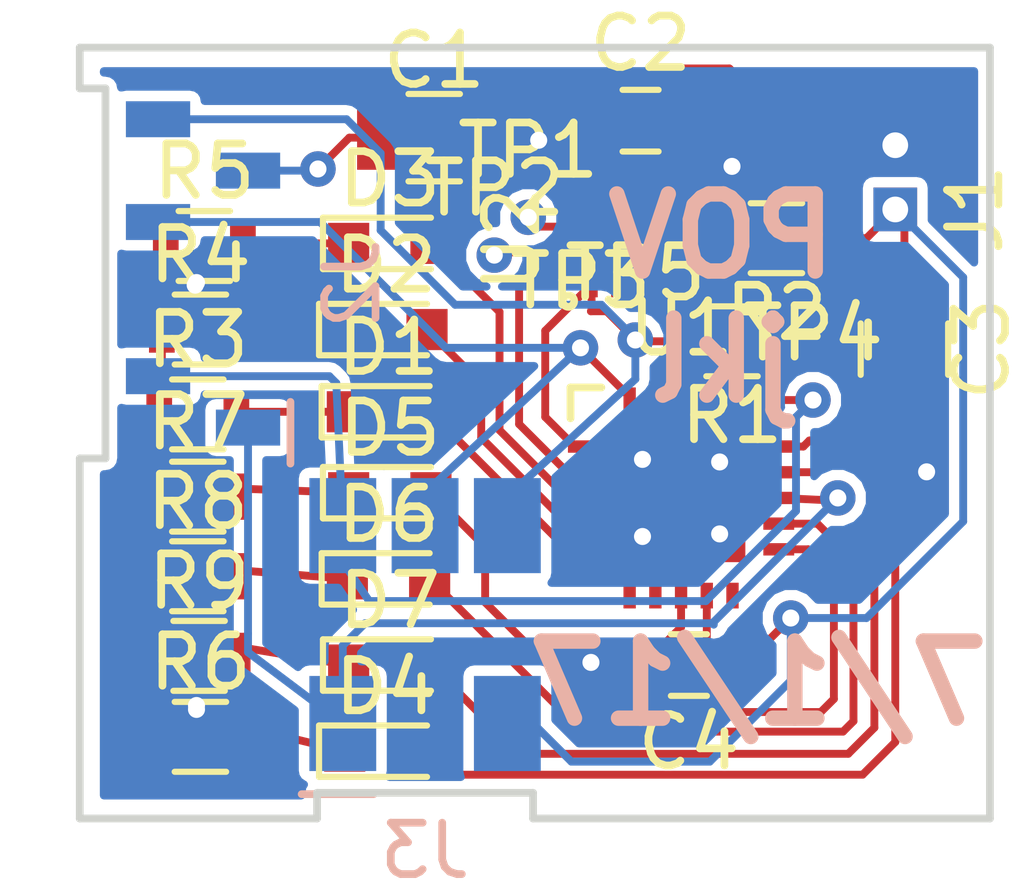
<source format=kicad_pcb>
(kicad_pcb (version 20171130) (host pcbnew 5.0.2-bee76a0~70~ubuntu16.04.1)

  (general
    (thickness 1.6)
    (drawings 14)
    (tracks 210)
    (zones 0)
    (modules 30)
    (nets 29)
  )

  (page A4)
  (layers
    (0 F.Cu signal)
    (31 B.Cu signal)
    (32 B.Adhes user)
    (33 F.Adhes user)
    (34 B.Paste user)
    (35 F.Paste user)
    (36 B.SilkS user)
    (37 F.SilkS user)
    (38 B.Mask user)
    (39 F.Mask user)
    (40 Dwgs.User user)
    (41 Cmts.User user)
    (42 Eco1.User user)
    (43 Eco2.User user)
    (44 Edge.Cuts user)
    (45 Margin user)
    (46 B.CrtYd user)
    (47 F.CrtYd user)
    (48 B.Fab user)
    (49 F.Fab user hide)
  )

  (setup
    (last_trace_width 0.25)
    (user_trace_width 0.153)
    (user_trace_width 0.254)
    (trace_clearance 0.2)
    (zone_clearance 0.154)
    (zone_45_only no)
    (trace_min 0.1)
    (segment_width 0.2)
    (edge_width 0.15)
    (via_size 0.6)
    (via_drill 0.4)
    (via_min_size 0.4)
    (via_min_drill 0.3)
    (user_via 0.69 0.331)
    (uvia_size 0.3)
    (uvia_drill 0.1)
    (uvias_allowed no)
    (uvia_min_size 0.2)
    (uvia_min_drill 0.1)
    (pcb_text_width 0.3)
    (pcb_text_size 1.5 1.5)
    (mod_edge_width 0.15)
    (mod_text_size 1 1)
    (mod_text_width 0.15)
    (pad_size 1.524 1.524)
    (pad_drill 0.762)
    (pad_to_mask_clearance 0.2)
    (solder_mask_min_width 0.25)
    (aux_axis_origin 0 0)
    (visible_elements FFFFFF3F)
    (pcbplotparams
      (layerselection 0x00008_00000000)
      (usegerberextensions true)
      (usegerberattributes false)
      (usegerberadvancedattributes false)
      (creategerberjobfile false)
      (excludeedgelayer true)
      (linewidth 0.100000)
      (plotframeref false)
      (viasonmask false)
      (mode 1)
      (useauxorigin false)
      (hpglpennumber 1)
      (hpglpenspeed 20)
      (hpglpendiameter 15.000000)
      (psnegative false)
      (psa4output false)
      (plotreference false)
      (plotvalue false)
      (plotinvisibletext false)
      (padsonsilk false)
      (subtractmaskfromsilk true)
      (outputformat 1)
      (mirror false)
      (drillshape 0)
      (scaleselection 1)
      (outputdirectory ""))
  )

  (net 0 "")
  (net 1 VCC)
  (net 2 GND)
  (net 3 "Net-(D1-Pad1)")
  (net 4 "Net-(D2-Pad1)")
  (net 5 "Net-(D3-Pad1)")
  (net 6 "Net-(D4-Pad1)")
  (net 7 "Net-(D5-Pad1)")
  (net 8 "Net-(D6-Pad1)")
  (net 9 "Net-(D7-Pad1)")
  (net 10 "Net-(U1-Pad6)")
  (net 11 "Net-(U1-Pad7)")
  (net 12 "Net-(U1-Pad10)")
  (net 13 "Net-(U1-Pad17)")
  (net 14 "Net-(U1-Pad18)")
  (net 15 "Net-(U1-Pad19)")
  (net 16 /Reset)
  (net 17 /MOSI)
  (net 18 /MISO)
  (net 19 /SCL)
  (net 20 /PA0)
  (net 21 /PA1)
  (net 22 /PA2)
  (net 23 /PA7)
  (net 24 /PB0)
  (net 25 /PB1)
  (net 26 /PB2)
  (net 27 /INT)
  (net 28 "Net-(TP1-Pad1)")

  (net_class Default "This is the default net class."
    (clearance 0.2)
    (trace_width 0.25)
    (via_dia 0.6)
    (via_drill 0.4)
    (uvia_dia 0.3)
    (uvia_drill 0.1)
    (add_net /INT)
    (add_net /MISO)
    (add_net /MOSI)
    (add_net /PA0)
    (add_net /PA1)
    (add_net /PA2)
    (add_net /PA7)
    (add_net /PB0)
    (add_net /PB1)
    (add_net /PB2)
    (add_net /Reset)
    (add_net /SCL)
    (add_net GND)
    (add_net "Net-(D1-Pad1)")
    (add_net "Net-(D2-Pad1)")
    (add_net "Net-(D3-Pad1)")
    (add_net "Net-(D4-Pad1)")
    (add_net "Net-(D5-Pad1)")
    (add_net "Net-(D6-Pad1)")
    (add_net "Net-(D7-Pad1)")
    (add_net "Net-(TP1-Pad1)")
    (add_net "Net-(U1-Pad10)")
    (add_net "Net-(U1-Pad17)")
    (add_net "Net-(U1-Pad18)")
    (add_net "Net-(U1-Pad19)")
    (add_net "Net-(U1-Pad6)")
    (add_net "Net-(U1-Pad7)")
    (add_net VCC)
  )

  (module Capacitors_SMD:C_0805 (layer F.Cu) (tedit 58AA8463) (tstamp 594EF410)
    (at 186.8932 101.7524)
    (descr "Capacitor SMD 0805, reflow soldering, AVX (see smccp.pdf)")
    (tags "capacitor 0805")
    (path /594DB924)
    (attr smd)
    (fp_text reference C1 (at 0 -1.5) (layer F.SilkS)
      (effects (font (size 1 1) (thickness 0.15)))
    )
    (fp_text value 10uF (at 0 1.75) (layer F.Fab)
      (effects (font (size 1 1) (thickness 0.15)))
    )
    (fp_text user %R (at 0 -1.5) (layer F.Fab)
      (effects (font (size 1 1) (thickness 0.15)))
    )
    (fp_line (start -1 0.62) (end -1 -0.62) (layer F.Fab) (width 0.1))
    (fp_line (start 1 0.62) (end -1 0.62) (layer F.Fab) (width 0.1))
    (fp_line (start 1 -0.62) (end 1 0.62) (layer F.Fab) (width 0.1))
    (fp_line (start -1 -0.62) (end 1 -0.62) (layer F.Fab) (width 0.1))
    (fp_line (start 0.5 -0.85) (end -0.5 -0.85) (layer F.SilkS) (width 0.12))
    (fp_line (start -0.5 0.85) (end 0.5 0.85) (layer F.SilkS) (width 0.12))
    (fp_line (start -1.75 -0.88) (end 1.75 -0.88) (layer F.CrtYd) (width 0.05))
    (fp_line (start -1.75 -0.88) (end -1.75 0.87) (layer F.CrtYd) (width 0.05))
    (fp_line (start 1.75 0.87) (end 1.75 -0.88) (layer F.CrtYd) (width 0.05))
    (fp_line (start 1.75 0.87) (end -1.75 0.87) (layer F.CrtYd) (width 0.05))
    (pad 1 smd rect (at -1 0) (size 1 1.25) (layers F.Cu F.Paste F.Mask)
      (net 1 VCC))
    (pad 2 smd rect (at 1 0) (size 1 1.25) (layers F.Cu F.Paste F.Mask)
      (net 2 GND))
    (model Capacitors_SMD.3dshapes/C_0805.wrl
      (at (xyz 0 0 0))
      (scale (xyz 1 1 1))
      (rotate (xyz 0 0 0))
    )
  )

  (module Capacitors_SMD:C_0603 (layer F.Cu) (tedit 58AA844E) (tstamp 594EF416)
    (at 190.9064 101.4222)
    (descr "Capacitor SMD 0603, reflow soldering, AVX (see smccp.pdf)")
    (tags "capacitor 0603")
    (path /594DB9E2)
    (attr smd)
    (fp_text reference C2 (at 0 -1.5) (layer F.SilkS)
      (effects (font (size 1 1) (thickness 0.15)))
    )
    (fp_text value 100nF (at 0 1.5) (layer F.Fab)
      (effects (font (size 1 1) (thickness 0.15)))
    )
    (fp_text user %R (at 0 -1.5) (layer F.Fab)
      (effects (font (size 1 1) (thickness 0.15)))
    )
    (fp_line (start -0.8 0.4) (end -0.8 -0.4) (layer F.Fab) (width 0.1))
    (fp_line (start 0.8 0.4) (end -0.8 0.4) (layer F.Fab) (width 0.1))
    (fp_line (start 0.8 -0.4) (end 0.8 0.4) (layer F.Fab) (width 0.1))
    (fp_line (start -0.8 -0.4) (end 0.8 -0.4) (layer F.Fab) (width 0.1))
    (fp_line (start -0.35 -0.6) (end 0.35 -0.6) (layer F.SilkS) (width 0.12))
    (fp_line (start 0.35 0.6) (end -0.35 0.6) (layer F.SilkS) (width 0.12))
    (fp_line (start -1.4 -0.65) (end 1.4 -0.65) (layer F.CrtYd) (width 0.05))
    (fp_line (start -1.4 -0.65) (end -1.4 0.65) (layer F.CrtYd) (width 0.05))
    (fp_line (start 1.4 0.65) (end 1.4 -0.65) (layer F.CrtYd) (width 0.05))
    (fp_line (start 1.4 0.65) (end -1.4 0.65) (layer F.CrtYd) (width 0.05))
    (pad 1 smd rect (at -0.75 0) (size 0.8 0.75) (layers F.Cu F.Paste F.Mask)
      (net 1 VCC))
    (pad 2 smd rect (at 0.75 0) (size 0.8 0.75) (layers F.Cu F.Paste F.Mask)
      (net 2 GND))
    (model Capacitors_SMD.3dshapes/C_0603.wrl
      (at (xyz 0 0 0))
      (scale (xyz 1 1 1))
      (rotate (xyz 0 0 0))
    )
  )

  (module Capacitors_SMD:C_0805 (layer F.Cu) (tedit 58AA8463) (tstamp 594EF41C)
    (at 196.0372 105.8672 270)
    (descr "Capacitor SMD 0805, reflow soldering, AVX (see smccp.pdf)")
    (tags "capacitor 0805")
    (path /594DB794)
    (attr smd)
    (fp_text reference C3 (at 0 -1.5 270) (layer F.SilkS)
      (effects (font (size 1 1) (thickness 0.15)))
    )
    (fp_text value 10uF (at 0 1.75 270) (layer F.Fab)
      (effects (font (size 1 1) (thickness 0.15)))
    )
    (fp_text user %R (at 0 -1.5 270) (layer F.Fab)
      (effects (font (size 1 1) (thickness 0.15)))
    )
    (fp_line (start -1 0.62) (end -1 -0.62) (layer F.Fab) (width 0.1))
    (fp_line (start 1 0.62) (end -1 0.62) (layer F.Fab) (width 0.1))
    (fp_line (start 1 -0.62) (end 1 0.62) (layer F.Fab) (width 0.1))
    (fp_line (start -1 -0.62) (end 1 -0.62) (layer F.Fab) (width 0.1))
    (fp_line (start 0.5 -0.85) (end -0.5 -0.85) (layer F.SilkS) (width 0.12))
    (fp_line (start -0.5 0.85) (end 0.5 0.85) (layer F.SilkS) (width 0.12))
    (fp_line (start -1.75 -0.88) (end 1.75 -0.88) (layer F.CrtYd) (width 0.05))
    (fp_line (start -1.75 -0.88) (end -1.75 0.87) (layer F.CrtYd) (width 0.05))
    (fp_line (start 1.75 0.87) (end 1.75 -0.88) (layer F.CrtYd) (width 0.05))
    (fp_line (start 1.75 0.87) (end -1.75 0.87) (layer F.CrtYd) (width 0.05))
    (pad 1 smd rect (at -1 0 270) (size 1 1.25) (layers F.Cu F.Paste F.Mask)
      (net 1 VCC))
    (pad 2 smd rect (at 1 0 270) (size 1 1.25) (layers F.Cu F.Paste F.Mask)
      (net 2 GND))
    (model Capacitors_SMD.3dshapes/C_0805.wrl
      (at (xyz 0 0 0))
      (scale (xyz 1 1 1))
      (rotate (xyz 0 0 0))
    )
  )

  (module Capacitors_SMD:C_0603 (layer F.Cu) (tedit 58AA844E) (tstamp 594EF422)
    (at 191.8462 112.014 180)
    (descr "Capacitor SMD 0603, reflow soldering, AVX (see smccp.pdf)")
    (tags "capacitor 0603")
    (path /594DB81C)
    (attr smd)
    (fp_text reference C4 (at 0 -1.5 180) (layer F.SilkS)
      (effects (font (size 1 1) (thickness 0.15)))
    )
    (fp_text value 100nF (at 0 1.5 180) (layer F.Fab)
      (effects (font (size 1 1) (thickness 0.15)))
    )
    (fp_text user %R (at 0 -1.5 180) (layer F.Fab)
      (effects (font (size 1 1) (thickness 0.15)))
    )
    (fp_line (start -0.8 0.4) (end -0.8 -0.4) (layer F.Fab) (width 0.1))
    (fp_line (start 0.8 0.4) (end -0.8 0.4) (layer F.Fab) (width 0.1))
    (fp_line (start 0.8 -0.4) (end 0.8 0.4) (layer F.Fab) (width 0.1))
    (fp_line (start -0.8 -0.4) (end 0.8 -0.4) (layer F.Fab) (width 0.1))
    (fp_line (start -0.35 -0.6) (end 0.35 -0.6) (layer F.SilkS) (width 0.12))
    (fp_line (start 0.35 0.6) (end -0.35 0.6) (layer F.SilkS) (width 0.12))
    (fp_line (start -1.4 -0.65) (end 1.4 -0.65) (layer F.CrtYd) (width 0.05))
    (fp_line (start -1.4 -0.65) (end -1.4 0.65) (layer F.CrtYd) (width 0.05))
    (fp_line (start 1.4 0.65) (end 1.4 -0.65) (layer F.CrtYd) (width 0.05))
    (fp_line (start 1.4 0.65) (end -1.4 0.65) (layer F.CrtYd) (width 0.05))
    (pad 1 smd rect (at -0.75 0 180) (size 0.8 0.75) (layers F.Cu F.Paste F.Mask)
      (net 1 VCC))
    (pad 2 smd rect (at 0.75 0 180) (size 0.8 0.75) (layers F.Cu F.Paste F.Mask)
      (net 2 GND))
    (model Capacitors_SMD.3dshapes/C_0603.wrl
      (at (xyz 0 0 0))
      (scale (xyz 1 1 1))
      (rotate (xyz 0 0 0))
    )
  )

  (module LEDs:LED_0603 (layer F.Cu) (tedit 57FE93A5) (tstamp 594EF428)
    (at 186.0042 107.0864)
    (descr "LED 0603 smd package")
    (tags "LED led 0603 SMD smd SMT smt smdled SMDLED smtled SMTLED")
    (path /593B2BC3)
    (attr smd)
    (fp_text reference D1 (at 0 -1.25) (layer F.SilkS)
      (effects (font (size 1 1) (thickness 0.15)))
    )
    (fp_text value red (at 0 1.35) (layer F.Fab)
      (effects (font (size 1 1) (thickness 0.15)))
    )
    (fp_line (start -1.3 -0.5) (end -1.3 0.5) (layer F.SilkS) (width 0.12))
    (fp_line (start -0.2 -0.2) (end -0.2 0.2) (layer F.Fab) (width 0.1))
    (fp_line (start -0.15 0) (end 0.15 -0.2) (layer F.Fab) (width 0.1))
    (fp_line (start 0.15 0.2) (end -0.15 0) (layer F.Fab) (width 0.1))
    (fp_line (start 0.15 -0.2) (end 0.15 0.2) (layer F.Fab) (width 0.1))
    (fp_line (start 0.8 0.4) (end -0.8 0.4) (layer F.Fab) (width 0.1))
    (fp_line (start 0.8 -0.4) (end 0.8 0.4) (layer F.Fab) (width 0.1))
    (fp_line (start -0.8 -0.4) (end 0.8 -0.4) (layer F.Fab) (width 0.1))
    (fp_line (start -0.8 0.4) (end -0.8 -0.4) (layer F.Fab) (width 0.1))
    (fp_line (start -1.3 0.5) (end 0.8 0.5) (layer F.SilkS) (width 0.12))
    (fp_line (start -1.3 -0.5) (end 0.8 -0.5) (layer F.SilkS) (width 0.12))
    (fp_line (start 1.45 -0.65) (end 1.45 0.65) (layer F.CrtYd) (width 0.05))
    (fp_line (start 1.45 0.65) (end -1.45 0.65) (layer F.CrtYd) (width 0.05))
    (fp_line (start -1.45 0.65) (end -1.45 -0.65) (layer F.CrtYd) (width 0.05))
    (fp_line (start -1.45 -0.65) (end 1.45 -0.65) (layer F.CrtYd) (width 0.05))
    (pad 2 smd rect (at 0.8 0 180) (size 0.8 0.8) (layers F.Cu F.Paste F.Mask)
      (net 20 /PA0))
    (pad 1 smd rect (at -0.8 0 180) (size 0.8 0.8) (layers F.Cu F.Paste F.Mask)
      (net 3 "Net-(D1-Pad1)"))
    (model LEDs.3dshapes/LED_0603.wrl
      (at (xyz 0 0 0))
      (scale (xyz 1 1 1))
      (rotate (xyz 0 0 180))
    )
  )

  (module LEDs:LED_0603 (layer F.Cu) (tedit 57FE93A5) (tstamp 594EF42E)
    (at 185.9534 105.4862)
    (descr "LED 0603 smd package")
    (tags "LED led 0603 SMD smd SMT smt smdled SMDLED smtled SMTLED")
    (path /593B2B48)
    (attr smd)
    (fp_text reference D2 (at 0 -1.25) (layer F.SilkS)
      (effects (font (size 1 1) (thickness 0.15)))
    )
    (fp_text value red (at 0 1.35) (layer F.Fab)
      (effects (font (size 1 1) (thickness 0.15)))
    )
    (fp_line (start -1.3 -0.5) (end -1.3 0.5) (layer F.SilkS) (width 0.12))
    (fp_line (start -0.2 -0.2) (end -0.2 0.2) (layer F.Fab) (width 0.1))
    (fp_line (start -0.15 0) (end 0.15 -0.2) (layer F.Fab) (width 0.1))
    (fp_line (start 0.15 0.2) (end -0.15 0) (layer F.Fab) (width 0.1))
    (fp_line (start 0.15 -0.2) (end 0.15 0.2) (layer F.Fab) (width 0.1))
    (fp_line (start 0.8 0.4) (end -0.8 0.4) (layer F.Fab) (width 0.1))
    (fp_line (start 0.8 -0.4) (end 0.8 0.4) (layer F.Fab) (width 0.1))
    (fp_line (start -0.8 -0.4) (end 0.8 -0.4) (layer F.Fab) (width 0.1))
    (fp_line (start -0.8 0.4) (end -0.8 -0.4) (layer F.Fab) (width 0.1))
    (fp_line (start -1.3 0.5) (end 0.8 0.5) (layer F.SilkS) (width 0.12))
    (fp_line (start -1.3 -0.5) (end 0.8 -0.5) (layer F.SilkS) (width 0.12))
    (fp_line (start 1.45 -0.65) (end 1.45 0.65) (layer F.CrtYd) (width 0.05))
    (fp_line (start 1.45 0.65) (end -1.45 0.65) (layer F.CrtYd) (width 0.05))
    (fp_line (start -1.45 0.65) (end -1.45 -0.65) (layer F.CrtYd) (width 0.05))
    (fp_line (start -1.45 -0.65) (end 1.45 -0.65) (layer F.CrtYd) (width 0.05))
    (pad 2 smd rect (at 0.8 0 180) (size 0.8 0.8) (layers F.Cu F.Paste F.Mask)
      (net 21 /PA1))
    (pad 1 smd rect (at -0.8 0 180) (size 0.8 0.8) (layers F.Cu F.Paste F.Mask)
      (net 4 "Net-(D2-Pad1)"))
    (model LEDs.3dshapes/LED_0603.wrl
      (at (xyz 0 0 0))
      (scale (xyz 1 1 1))
      (rotate (xyz 0 0 180))
    )
  )

  (module LEDs:LED_0603 (layer F.Cu) (tedit 57FE93A5) (tstamp 594EF434)
    (at 186.0296 103.8098)
    (descr "LED 0603 smd package")
    (tags "LED led 0603 SMD smd SMT smt smdled SMDLED smtled SMTLED")
    (path /593B38C1)
    (attr smd)
    (fp_text reference D3 (at 0 -1.25) (layer F.SilkS)
      (effects (font (size 1 1) (thickness 0.15)))
    )
    (fp_text value red (at 0 1.35) (layer F.Fab)
      (effects (font (size 1 1) (thickness 0.15)))
    )
    (fp_line (start -1.3 -0.5) (end -1.3 0.5) (layer F.SilkS) (width 0.12))
    (fp_line (start -0.2 -0.2) (end -0.2 0.2) (layer F.Fab) (width 0.1))
    (fp_line (start -0.15 0) (end 0.15 -0.2) (layer F.Fab) (width 0.1))
    (fp_line (start 0.15 0.2) (end -0.15 0) (layer F.Fab) (width 0.1))
    (fp_line (start 0.15 -0.2) (end 0.15 0.2) (layer F.Fab) (width 0.1))
    (fp_line (start 0.8 0.4) (end -0.8 0.4) (layer F.Fab) (width 0.1))
    (fp_line (start 0.8 -0.4) (end 0.8 0.4) (layer F.Fab) (width 0.1))
    (fp_line (start -0.8 -0.4) (end 0.8 -0.4) (layer F.Fab) (width 0.1))
    (fp_line (start -0.8 0.4) (end -0.8 -0.4) (layer F.Fab) (width 0.1))
    (fp_line (start -1.3 0.5) (end 0.8 0.5) (layer F.SilkS) (width 0.12))
    (fp_line (start -1.3 -0.5) (end 0.8 -0.5) (layer F.SilkS) (width 0.12))
    (fp_line (start 1.45 -0.65) (end 1.45 0.65) (layer F.CrtYd) (width 0.05))
    (fp_line (start 1.45 0.65) (end -1.45 0.65) (layer F.CrtYd) (width 0.05))
    (fp_line (start -1.45 0.65) (end -1.45 -0.65) (layer F.CrtYd) (width 0.05))
    (fp_line (start -1.45 -0.65) (end 1.45 -0.65) (layer F.CrtYd) (width 0.05))
    (pad 2 smd rect (at 0.8 0 180) (size 0.8 0.8) (layers F.Cu F.Paste F.Mask)
      (net 22 /PA2))
    (pad 1 smd rect (at -0.8 0 180) (size 0.8 0.8) (layers F.Cu F.Paste F.Mask)
      (net 5 "Net-(D3-Pad1)"))
    (model LEDs.3dshapes/LED_0603.wrl
      (at (xyz 0 0 0))
      (scale (xyz 1 1 1))
      (rotate (xyz 0 0 180))
    )
  )

  (module LEDs:LED_0603 (layer F.Cu) (tedit 57FE93A5) (tstamp 594EF43A)
    (at 185.9534 113.6904)
    (descr "LED 0603 smd package")
    (tags "LED led 0603 SMD smd SMT smt smdled SMDLED smtled SMTLED")
    (path /593B38D3)
    (attr smd)
    (fp_text reference D4 (at 0 -1.25) (layer F.SilkS)
      (effects (font (size 1 1) (thickness 0.15)))
    )
    (fp_text value red (at 0 1.35) (layer F.Fab)
      (effects (font (size 1 1) (thickness 0.15)))
    )
    (fp_line (start -1.3 -0.5) (end -1.3 0.5) (layer F.SilkS) (width 0.12))
    (fp_line (start -0.2 -0.2) (end -0.2 0.2) (layer F.Fab) (width 0.1))
    (fp_line (start -0.15 0) (end 0.15 -0.2) (layer F.Fab) (width 0.1))
    (fp_line (start 0.15 0.2) (end -0.15 0) (layer F.Fab) (width 0.1))
    (fp_line (start 0.15 -0.2) (end 0.15 0.2) (layer F.Fab) (width 0.1))
    (fp_line (start 0.8 0.4) (end -0.8 0.4) (layer F.Fab) (width 0.1))
    (fp_line (start 0.8 -0.4) (end 0.8 0.4) (layer F.Fab) (width 0.1))
    (fp_line (start -0.8 -0.4) (end 0.8 -0.4) (layer F.Fab) (width 0.1))
    (fp_line (start -0.8 0.4) (end -0.8 -0.4) (layer F.Fab) (width 0.1))
    (fp_line (start -1.3 0.5) (end 0.8 0.5) (layer F.SilkS) (width 0.12))
    (fp_line (start -1.3 -0.5) (end 0.8 -0.5) (layer F.SilkS) (width 0.12))
    (fp_line (start 1.45 -0.65) (end 1.45 0.65) (layer F.CrtYd) (width 0.05))
    (fp_line (start 1.45 0.65) (end -1.45 0.65) (layer F.CrtYd) (width 0.05))
    (fp_line (start -1.45 0.65) (end -1.45 -0.65) (layer F.CrtYd) (width 0.05))
    (fp_line (start -1.45 -0.65) (end 1.45 -0.65) (layer F.CrtYd) (width 0.05))
    (pad 2 smd rect (at 0.8 0 180) (size 0.8 0.8) (layers F.Cu F.Paste F.Mask)
      (net 23 /PA7))
    (pad 1 smd rect (at -0.8 0 180) (size 0.8 0.8) (layers F.Cu F.Paste F.Mask)
      (net 6 "Net-(D4-Pad1)"))
    (model LEDs.3dshapes/LED_0603.wrl
      (at (xyz 0 0 0))
      (scale (xyz 1 1 1))
      (rotate (xyz 0 0 180))
    )
  )

  (module LEDs:LED_0603 (layer F.Cu) (tedit 57FE93A5) (tstamp 594EF440)
    (at 186.0296 108.6612)
    (descr "LED 0603 smd package")
    (tags "LED led 0603 SMD smd SMT smt smdled SMDLED smtled SMTLED")
    (path /593B3A08)
    (attr smd)
    (fp_text reference D5 (at 0 -1.25) (layer F.SilkS)
      (effects (font (size 1 1) (thickness 0.15)))
    )
    (fp_text value red (at 0 1.35) (layer F.Fab)
      (effects (font (size 1 1) (thickness 0.15)))
    )
    (fp_line (start -1.3 -0.5) (end -1.3 0.5) (layer F.SilkS) (width 0.12))
    (fp_line (start -0.2 -0.2) (end -0.2 0.2) (layer F.Fab) (width 0.1))
    (fp_line (start -0.15 0) (end 0.15 -0.2) (layer F.Fab) (width 0.1))
    (fp_line (start 0.15 0.2) (end -0.15 0) (layer F.Fab) (width 0.1))
    (fp_line (start 0.15 -0.2) (end 0.15 0.2) (layer F.Fab) (width 0.1))
    (fp_line (start 0.8 0.4) (end -0.8 0.4) (layer F.Fab) (width 0.1))
    (fp_line (start 0.8 -0.4) (end 0.8 0.4) (layer F.Fab) (width 0.1))
    (fp_line (start -0.8 -0.4) (end 0.8 -0.4) (layer F.Fab) (width 0.1))
    (fp_line (start -0.8 0.4) (end -0.8 -0.4) (layer F.Fab) (width 0.1))
    (fp_line (start -1.3 0.5) (end 0.8 0.5) (layer F.SilkS) (width 0.12))
    (fp_line (start -1.3 -0.5) (end 0.8 -0.5) (layer F.SilkS) (width 0.12))
    (fp_line (start 1.45 -0.65) (end 1.45 0.65) (layer F.CrtYd) (width 0.05))
    (fp_line (start 1.45 0.65) (end -1.45 0.65) (layer F.CrtYd) (width 0.05))
    (fp_line (start -1.45 0.65) (end -1.45 -0.65) (layer F.CrtYd) (width 0.05))
    (fp_line (start -1.45 -0.65) (end 1.45 -0.65) (layer F.CrtYd) (width 0.05))
    (pad 2 smd rect (at 0.8 0 180) (size 0.8 0.8) (layers F.Cu F.Paste F.Mask)
      (net 24 /PB0))
    (pad 1 smd rect (at -0.8 0 180) (size 0.8 0.8) (layers F.Cu F.Paste F.Mask)
      (net 7 "Net-(D5-Pad1)"))
    (model LEDs.3dshapes/LED_0603.wrl
      (at (xyz 0 0 0))
      (scale (xyz 1 1 1))
      (rotate (xyz 0 0 180))
    )
  )

  (module LEDs:LED_0603 (layer F.Cu) (tedit 57FE93A5) (tstamp 594EF446)
    (at 186.0042 110.3376)
    (descr "LED 0603 smd package")
    (tags "LED led 0603 SMD smd SMT smt smdled SMDLED smtled SMTLED")
    (path /593B3A4C)
    (attr smd)
    (fp_text reference D6 (at 0 -1.25) (layer F.SilkS)
      (effects (font (size 1 1) (thickness 0.15)))
    )
    (fp_text value red (at 0 1.35) (layer F.Fab)
      (effects (font (size 1 1) (thickness 0.15)))
    )
    (fp_line (start -1.3 -0.5) (end -1.3 0.5) (layer F.SilkS) (width 0.12))
    (fp_line (start -0.2 -0.2) (end -0.2 0.2) (layer F.Fab) (width 0.1))
    (fp_line (start -0.15 0) (end 0.15 -0.2) (layer F.Fab) (width 0.1))
    (fp_line (start 0.15 0.2) (end -0.15 0) (layer F.Fab) (width 0.1))
    (fp_line (start 0.15 -0.2) (end 0.15 0.2) (layer F.Fab) (width 0.1))
    (fp_line (start 0.8 0.4) (end -0.8 0.4) (layer F.Fab) (width 0.1))
    (fp_line (start 0.8 -0.4) (end 0.8 0.4) (layer F.Fab) (width 0.1))
    (fp_line (start -0.8 -0.4) (end 0.8 -0.4) (layer F.Fab) (width 0.1))
    (fp_line (start -0.8 0.4) (end -0.8 -0.4) (layer F.Fab) (width 0.1))
    (fp_line (start -1.3 0.5) (end 0.8 0.5) (layer F.SilkS) (width 0.12))
    (fp_line (start -1.3 -0.5) (end 0.8 -0.5) (layer F.SilkS) (width 0.12))
    (fp_line (start 1.45 -0.65) (end 1.45 0.65) (layer F.CrtYd) (width 0.05))
    (fp_line (start 1.45 0.65) (end -1.45 0.65) (layer F.CrtYd) (width 0.05))
    (fp_line (start -1.45 0.65) (end -1.45 -0.65) (layer F.CrtYd) (width 0.05))
    (fp_line (start -1.45 -0.65) (end 1.45 -0.65) (layer F.CrtYd) (width 0.05))
    (pad 2 smd rect (at 0.8 0 180) (size 0.8 0.8) (layers F.Cu F.Paste F.Mask)
      (net 25 /PB1))
    (pad 1 smd rect (at -0.8 0 180) (size 0.8 0.8) (layers F.Cu F.Paste F.Mask)
      (net 8 "Net-(D6-Pad1)"))
    (model LEDs.3dshapes/LED_0603.wrl
      (at (xyz 0 0 0))
      (scale (xyz 1 1 1))
      (rotate (xyz 0 0 180))
    )
  )

  (module LEDs:LED_0603 (layer F.Cu) (tedit 57FE93A5) (tstamp 594EF44C)
    (at 186.0296 112.014)
    (descr "LED 0603 smd package")
    (tags "LED led 0603 SMD smd SMT smt smdled SMDLED smtled SMTLED")
    (path /593B3ACF)
    (attr smd)
    (fp_text reference D7 (at 0 -1.25) (layer F.SilkS)
      (effects (font (size 1 1) (thickness 0.15)))
    )
    (fp_text value red (at 0 1.35) (layer F.Fab)
      (effects (font (size 1 1) (thickness 0.15)))
    )
    (fp_line (start -1.3 -0.5) (end -1.3 0.5) (layer F.SilkS) (width 0.12))
    (fp_line (start -0.2 -0.2) (end -0.2 0.2) (layer F.Fab) (width 0.1))
    (fp_line (start -0.15 0) (end 0.15 -0.2) (layer F.Fab) (width 0.1))
    (fp_line (start 0.15 0.2) (end -0.15 0) (layer F.Fab) (width 0.1))
    (fp_line (start 0.15 -0.2) (end 0.15 0.2) (layer F.Fab) (width 0.1))
    (fp_line (start 0.8 0.4) (end -0.8 0.4) (layer F.Fab) (width 0.1))
    (fp_line (start 0.8 -0.4) (end 0.8 0.4) (layer F.Fab) (width 0.1))
    (fp_line (start -0.8 -0.4) (end 0.8 -0.4) (layer F.Fab) (width 0.1))
    (fp_line (start -0.8 0.4) (end -0.8 -0.4) (layer F.Fab) (width 0.1))
    (fp_line (start -1.3 0.5) (end 0.8 0.5) (layer F.SilkS) (width 0.12))
    (fp_line (start -1.3 -0.5) (end 0.8 -0.5) (layer F.SilkS) (width 0.12))
    (fp_line (start 1.45 -0.65) (end 1.45 0.65) (layer F.CrtYd) (width 0.05))
    (fp_line (start 1.45 0.65) (end -1.45 0.65) (layer F.CrtYd) (width 0.05))
    (fp_line (start -1.45 0.65) (end -1.45 -0.65) (layer F.CrtYd) (width 0.05))
    (fp_line (start -1.45 -0.65) (end 1.45 -0.65) (layer F.CrtYd) (width 0.05))
    (pad 2 smd rect (at 0.8 0 180) (size 0.8 0.8) (layers F.Cu F.Paste F.Mask)
      (net 26 /PB2))
    (pad 1 smd rect (at -0.8 0 180) (size 0.8 0.8) (layers F.Cu F.Paste F.Mask)
      (net 9 "Net-(D7-Pad1)"))
    (model LEDs.3dshapes/LED_0603.wrl
      (at (xyz 0 0 0))
      (scale (xyz 1 1 1))
      (rotate (xyz 0 0 180))
    )
  )

  (module Resistors_SMD:R_0603 (layer F.Cu) (tedit 58AAD9CA) (tstamp 594EF46D)
    (at 192.6844 105.7148 180)
    (descr "Resistor SMD 0603, reflow soldering, Vishay (see dcrcw.pdf)")
    (tags "resistor 0603")
    (path /594DB60B)
    (attr smd)
    (fp_text reference R1 (at 0 -1.45 180) (layer F.SilkS)
      (effects (font (size 1 1) (thickness 0.15)))
    )
    (fp_text value 4K7 (at 0 1.5 180) (layer F.Fab)
      (effects (font (size 1 1) (thickness 0.15)))
    )
    (fp_text user %R (at 0 -1.45 180) (layer F.Fab)
      (effects (font (size 1 1) (thickness 0.15)))
    )
    (fp_line (start -0.8 0.4) (end -0.8 -0.4) (layer F.Fab) (width 0.1))
    (fp_line (start 0.8 0.4) (end -0.8 0.4) (layer F.Fab) (width 0.1))
    (fp_line (start 0.8 -0.4) (end 0.8 0.4) (layer F.Fab) (width 0.1))
    (fp_line (start -0.8 -0.4) (end 0.8 -0.4) (layer F.Fab) (width 0.1))
    (fp_line (start 0.5 0.68) (end -0.5 0.68) (layer F.SilkS) (width 0.12))
    (fp_line (start -0.5 -0.68) (end 0.5 -0.68) (layer F.SilkS) (width 0.12))
    (fp_line (start -1.25 -0.7) (end 1.25 -0.7) (layer F.CrtYd) (width 0.05))
    (fp_line (start -1.25 -0.7) (end -1.25 0.7) (layer F.CrtYd) (width 0.05))
    (fp_line (start 1.25 0.7) (end 1.25 -0.7) (layer F.CrtYd) (width 0.05))
    (fp_line (start 1.25 0.7) (end -1.25 0.7) (layer F.CrtYd) (width 0.05))
    (pad 1 smd rect (at -0.75 0 180) (size 0.5 0.9) (layers F.Cu F.Paste F.Mask)
      (net 1 VCC))
    (pad 2 smd rect (at 0.75 0 180) (size 0.5 0.9) (layers F.Cu F.Paste F.Mask)
      (net 19 /SCL))
    (model Resistors_SMD.3dshapes/R_0603.wrl
      (at (xyz 0 0 0))
      (scale (xyz 1 1 1))
      (rotate (xyz 0 0 0))
    )
  )

  (module Resistors_SMD:R_0603 (layer F.Cu) (tedit 58AAD9CA) (tstamp 594EF473)
    (at 193.548 103.7082 180)
    (descr "Resistor SMD 0603, reflow soldering, Vishay (see dcrcw.pdf)")
    (tags "resistor 0603")
    (path /594DB692)
    (attr smd)
    (fp_text reference R2 (at 0 -1.45 180) (layer F.SilkS)
      (effects (font (size 1 1) (thickness 0.15)))
    )
    (fp_text value 4K7 (at 0 1.5 180) (layer F.Fab)
      (effects (font (size 1 1) (thickness 0.15)))
    )
    (fp_text user %R (at 0 -1.45 180) (layer F.Fab)
      (effects (font (size 1 1) (thickness 0.15)))
    )
    (fp_line (start -0.8 0.4) (end -0.8 -0.4) (layer F.Fab) (width 0.1))
    (fp_line (start 0.8 0.4) (end -0.8 0.4) (layer F.Fab) (width 0.1))
    (fp_line (start 0.8 -0.4) (end 0.8 0.4) (layer F.Fab) (width 0.1))
    (fp_line (start -0.8 -0.4) (end 0.8 -0.4) (layer F.Fab) (width 0.1))
    (fp_line (start 0.5 0.68) (end -0.5 0.68) (layer F.SilkS) (width 0.12))
    (fp_line (start -0.5 -0.68) (end 0.5 -0.68) (layer F.SilkS) (width 0.12))
    (fp_line (start -1.25 -0.7) (end 1.25 -0.7) (layer F.CrtYd) (width 0.05))
    (fp_line (start -1.25 -0.7) (end -1.25 0.7) (layer F.CrtYd) (width 0.05))
    (fp_line (start 1.25 0.7) (end 1.25 -0.7) (layer F.CrtYd) (width 0.05))
    (fp_line (start 1.25 0.7) (end -1.25 0.7) (layer F.CrtYd) (width 0.05))
    (pad 1 smd rect (at -0.75 0 180) (size 0.5 0.9) (layers F.Cu F.Paste F.Mask)
      (net 1 VCC))
    (pad 2 smd rect (at 0.75 0 180) (size 0.5 0.9) (layers F.Cu F.Paste F.Mask)
      (net 17 /MOSI))
    (model Resistors_SMD.3dshapes/R_0603.wrl
      (at (xyz 0 0 0))
      (scale (xyz 1 1 1))
      (rotate (xyz 0 0 0))
    )
  )

  (module Resistors_SMD:R_0603 (layer F.Cu) (tedit 58AAD9CA) (tstamp 594EF479)
    (at 182.2958 107.1372)
    (descr "Resistor SMD 0603, reflow soldering, Vishay (see dcrcw.pdf)")
    (tags "resistor 0603")
    (path /593B3D66)
    (attr smd)
    (fp_text reference R3 (at 0 -1.45) (layer F.SilkS)
      (effects (font (size 1 1) (thickness 0.15)))
    )
    (fp_text value 50R (at 0 1.5) (layer F.Fab)
      (effects (font (size 1 1) (thickness 0.15)))
    )
    (fp_text user %R (at 0 -1.45) (layer F.Fab)
      (effects (font (size 1 1) (thickness 0.15)))
    )
    (fp_line (start -0.8 0.4) (end -0.8 -0.4) (layer F.Fab) (width 0.1))
    (fp_line (start 0.8 0.4) (end -0.8 0.4) (layer F.Fab) (width 0.1))
    (fp_line (start 0.8 -0.4) (end 0.8 0.4) (layer F.Fab) (width 0.1))
    (fp_line (start -0.8 -0.4) (end 0.8 -0.4) (layer F.Fab) (width 0.1))
    (fp_line (start 0.5 0.68) (end -0.5 0.68) (layer F.SilkS) (width 0.12))
    (fp_line (start -0.5 -0.68) (end 0.5 -0.68) (layer F.SilkS) (width 0.12))
    (fp_line (start -1.25 -0.7) (end 1.25 -0.7) (layer F.CrtYd) (width 0.05))
    (fp_line (start -1.25 -0.7) (end -1.25 0.7) (layer F.CrtYd) (width 0.05))
    (fp_line (start 1.25 0.7) (end 1.25 -0.7) (layer F.CrtYd) (width 0.05))
    (fp_line (start 1.25 0.7) (end -1.25 0.7) (layer F.CrtYd) (width 0.05))
    (pad 1 smd rect (at -0.75 0) (size 0.5 0.9) (layers F.Cu F.Paste F.Mask)
      (net 2 GND))
    (pad 2 smd rect (at 0.75 0) (size 0.5 0.9) (layers F.Cu F.Paste F.Mask)
      (net 3 "Net-(D1-Pad1)"))
    (model Resistors_SMD.3dshapes/R_0603.wrl
      (at (xyz 0 0 0))
      (scale (xyz 1 1 1))
      (rotate (xyz 0 0 0))
    )
  )

  (module Resistors_SMD:R_0603 (layer F.Cu) (tedit 58AAD9CA) (tstamp 594EF47F)
    (at 182.3466 105.4862)
    (descr "Resistor SMD 0603, reflow soldering, Vishay (see dcrcw.pdf)")
    (tags "resistor 0603")
    (path /593B3DD5)
    (attr smd)
    (fp_text reference R4 (at 0 -1.45) (layer F.SilkS)
      (effects (font (size 1 1) (thickness 0.15)))
    )
    (fp_text value 50R (at 0 1.5) (layer F.Fab)
      (effects (font (size 1 1) (thickness 0.15)))
    )
    (fp_text user %R (at 0 -1.45) (layer F.Fab)
      (effects (font (size 1 1) (thickness 0.15)))
    )
    (fp_line (start -0.8 0.4) (end -0.8 -0.4) (layer F.Fab) (width 0.1))
    (fp_line (start 0.8 0.4) (end -0.8 0.4) (layer F.Fab) (width 0.1))
    (fp_line (start 0.8 -0.4) (end 0.8 0.4) (layer F.Fab) (width 0.1))
    (fp_line (start -0.8 -0.4) (end 0.8 -0.4) (layer F.Fab) (width 0.1))
    (fp_line (start 0.5 0.68) (end -0.5 0.68) (layer F.SilkS) (width 0.12))
    (fp_line (start -0.5 -0.68) (end 0.5 -0.68) (layer F.SilkS) (width 0.12))
    (fp_line (start -1.25 -0.7) (end 1.25 -0.7) (layer F.CrtYd) (width 0.05))
    (fp_line (start -1.25 -0.7) (end -1.25 0.7) (layer F.CrtYd) (width 0.05))
    (fp_line (start 1.25 0.7) (end 1.25 -0.7) (layer F.CrtYd) (width 0.05))
    (fp_line (start 1.25 0.7) (end -1.25 0.7) (layer F.CrtYd) (width 0.05))
    (pad 1 smd rect (at -0.75 0) (size 0.5 0.9) (layers F.Cu F.Paste F.Mask)
      (net 2 GND))
    (pad 2 smd rect (at 0.75 0) (size 0.5 0.9) (layers F.Cu F.Paste F.Mask)
      (net 4 "Net-(D2-Pad1)"))
    (model Resistors_SMD.3dshapes/R_0603.wrl
      (at (xyz 0 0 0))
      (scale (xyz 1 1 1))
      (rotate (xyz 0 0 0))
    )
  )

  (module Resistors_SMD:R_0603 (layer F.Cu) (tedit 58AAD9CA) (tstamp 594EF485)
    (at 182.4228 103.8606)
    (descr "Resistor SMD 0603, reflow soldering, Vishay (see dcrcw.pdf)")
    (tags "resistor 0603")
    (path /593B3E3F)
    (attr smd)
    (fp_text reference R5 (at 0 -1.45) (layer F.SilkS)
      (effects (font (size 1 1) (thickness 0.15)))
    )
    (fp_text value 50R (at 0 1.5) (layer F.Fab)
      (effects (font (size 1 1) (thickness 0.15)))
    )
    (fp_text user %R (at 0 -1.45) (layer F.Fab)
      (effects (font (size 1 1) (thickness 0.15)))
    )
    (fp_line (start -0.8 0.4) (end -0.8 -0.4) (layer F.Fab) (width 0.1))
    (fp_line (start 0.8 0.4) (end -0.8 0.4) (layer F.Fab) (width 0.1))
    (fp_line (start 0.8 -0.4) (end 0.8 0.4) (layer F.Fab) (width 0.1))
    (fp_line (start -0.8 -0.4) (end 0.8 -0.4) (layer F.Fab) (width 0.1))
    (fp_line (start 0.5 0.68) (end -0.5 0.68) (layer F.SilkS) (width 0.12))
    (fp_line (start -0.5 -0.68) (end 0.5 -0.68) (layer F.SilkS) (width 0.12))
    (fp_line (start -1.25 -0.7) (end 1.25 -0.7) (layer F.CrtYd) (width 0.05))
    (fp_line (start -1.25 -0.7) (end -1.25 0.7) (layer F.CrtYd) (width 0.05))
    (fp_line (start 1.25 0.7) (end 1.25 -0.7) (layer F.CrtYd) (width 0.05))
    (fp_line (start 1.25 0.7) (end -1.25 0.7) (layer F.CrtYd) (width 0.05))
    (pad 1 smd rect (at -0.75 0) (size 0.5 0.9) (layers F.Cu F.Paste F.Mask)
      (net 2 GND))
    (pad 2 smd rect (at 0.75 0) (size 0.5 0.9) (layers F.Cu F.Paste F.Mask)
      (net 5 "Net-(D3-Pad1)"))
    (model Resistors_SMD.3dshapes/R_0603.wrl
      (at (xyz 0 0 0))
      (scale (xyz 1 1 1))
      (rotate (xyz 0 0 0))
    )
  )

  (module Resistors_SMD:R_0603 (layer F.Cu) (tedit 58AAD9CA) (tstamp 594EF48B)
    (at 182.3466 113.411)
    (descr "Resistor SMD 0603, reflow soldering, Vishay (see dcrcw.pdf)")
    (tags "resistor 0603")
    (path /593B3E86)
    (attr smd)
    (fp_text reference R6 (at 0 -1.45) (layer F.SilkS)
      (effects (font (size 1 1) (thickness 0.15)))
    )
    (fp_text value 50R (at 0 1.5) (layer F.Fab)
      (effects (font (size 1 1) (thickness 0.15)))
    )
    (fp_text user %R (at 0 -1.45) (layer F.Fab)
      (effects (font (size 1 1) (thickness 0.15)))
    )
    (fp_line (start -0.8 0.4) (end -0.8 -0.4) (layer F.Fab) (width 0.1))
    (fp_line (start 0.8 0.4) (end -0.8 0.4) (layer F.Fab) (width 0.1))
    (fp_line (start 0.8 -0.4) (end 0.8 0.4) (layer F.Fab) (width 0.1))
    (fp_line (start -0.8 -0.4) (end 0.8 -0.4) (layer F.Fab) (width 0.1))
    (fp_line (start 0.5 0.68) (end -0.5 0.68) (layer F.SilkS) (width 0.12))
    (fp_line (start -0.5 -0.68) (end 0.5 -0.68) (layer F.SilkS) (width 0.12))
    (fp_line (start -1.25 -0.7) (end 1.25 -0.7) (layer F.CrtYd) (width 0.05))
    (fp_line (start -1.25 -0.7) (end -1.25 0.7) (layer F.CrtYd) (width 0.05))
    (fp_line (start 1.25 0.7) (end 1.25 -0.7) (layer F.CrtYd) (width 0.05))
    (fp_line (start 1.25 0.7) (end -1.25 0.7) (layer F.CrtYd) (width 0.05))
    (pad 1 smd rect (at -0.75 0) (size 0.5 0.9) (layers F.Cu F.Paste F.Mask)
      (net 2 GND))
    (pad 2 smd rect (at 0.75 0) (size 0.5 0.9) (layers F.Cu F.Paste F.Mask)
      (net 6 "Net-(D4-Pad1)"))
    (model Resistors_SMD.3dshapes/R_0603.wrl
      (at (xyz 0 0 0))
      (scale (xyz 1 1 1))
      (rotate (xyz 0 0 0))
    )
  )

  (module Resistors_SMD:R_0603 (layer F.Cu) (tedit 58AAD9CA) (tstamp 594EF491)
    (at 182.2958 108.7374)
    (descr "Resistor SMD 0603, reflow soldering, Vishay (see dcrcw.pdf)")
    (tags "resistor 0603")
    (path /593B3ED0)
    (attr smd)
    (fp_text reference R7 (at 0 -1.45) (layer F.SilkS)
      (effects (font (size 1 1) (thickness 0.15)))
    )
    (fp_text value 50R (at 0 1.5) (layer F.Fab)
      (effects (font (size 1 1) (thickness 0.15)))
    )
    (fp_text user %R (at 0 -1.45) (layer F.Fab)
      (effects (font (size 1 1) (thickness 0.15)))
    )
    (fp_line (start -0.8 0.4) (end -0.8 -0.4) (layer F.Fab) (width 0.1))
    (fp_line (start 0.8 0.4) (end -0.8 0.4) (layer F.Fab) (width 0.1))
    (fp_line (start 0.8 -0.4) (end 0.8 0.4) (layer F.Fab) (width 0.1))
    (fp_line (start -0.8 -0.4) (end 0.8 -0.4) (layer F.Fab) (width 0.1))
    (fp_line (start 0.5 0.68) (end -0.5 0.68) (layer F.SilkS) (width 0.12))
    (fp_line (start -0.5 -0.68) (end 0.5 -0.68) (layer F.SilkS) (width 0.12))
    (fp_line (start -1.25 -0.7) (end 1.25 -0.7) (layer F.CrtYd) (width 0.05))
    (fp_line (start -1.25 -0.7) (end -1.25 0.7) (layer F.CrtYd) (width 0.05))
    (fp_line (start 1.25 0.7) (end 1.25 -0.7) (layer F.CrtYd) (width 0.05))
    (fp_line (start 1.25 0.7) (end -1.25 0.7) (layer F.CrtYd) (width 0.05))
    (pad 1 smd rect (at -0.75 0) (size 0.5 0.9) (layers F.Cu F.Paste F.Mask)
      (net 2 GND))
    (pad 2 smd rect (at 0.75 0) (size 0.5 0.9) (layers F.Cu F.Paste F.Mask)
      (net 7 "Net-(D5-Pad1)"))
    (model Resistors_SMD.3dshapes/R_0603.wrl
      (at (xyz 0 0 0))
      (scale (xyz 1 1 1))
      (rotate (xyz 0 0 0))
    )
  )

  (module Resistors_SMD:R_0603 (layer F.Cu) (tedit 58AAD9CA) (tstamp 594EF497)
    (at 182.2958 110.2868)
    (descr "Resistor SMD 0603, reflow soldering, Vishay (see dcrcw.pdf)")
    (tags "resistor 0603")
    (path /593B3F1B)
    (attr smd)
    (fp_text reference R8 (at 0 -1.45) (layer F.SilkS)
      (effects (font (size 1 1) (thickness 0.15)))
    )
    (fp_text value 50R (at 0 1.5) (layer F.Fab)
      (effects (font (size 1 1) (thickness 0.15)))
    )
    (fp_text user %R (at 0 -1.45) (layer F.Fab)
      (effects (font (size 1 1) (thickness 0.15)))
    )
    (fp_line (start -0.8 0.4) (end -0.8 -0.4) (layer F.Fab) (width 0.1))
    (fp_line (start 0.8 0.4) (end -0.8 0.4) (layer F.Fab) (width 0.1))
    (fp_line (start 0.8 -0.4) (end 0.8 0.4) (layer F.Fab) (width 0.1))
    (fp_line (start -0.8 -0.4) (end 0.8 -0.4) (layer F.Fab) (width 0.1))
    (fp_line (start 0.5 0.68) (end -0.5 0.68) (layer F.SilkS) (width 0.12))
    (fp_line (start -0.5 -0.68) (end 0.5 -0.68) (layer F.SilkS) (width 0.12))
    (fp_line (start -1.25 -0.7) (end 1.25 -0.7) (layer F.CrtYd) (width 0.05))
    (fp_line (start -1.25 -0.7) (end -1.25 0.7) (layer F.CrtYd) (width 0.05))
    (fp_line (start 1.25 0.7) (end 1.25 -0.7) (layer F.CrtYd) (width 0.05))
    (fp_line (start 1.25 0.7) (end -1.25 0.7) (layer F.CrtYd) (width 0.05))
    (pad 1 smd rect (at -0.75 0) (size 0.5 0.9) (layers F.Cu F.Paste F.Mask)
      (net 2 GND))
    (pad 2 smd rect (at 0.75 0) (size 0.5 0.9) (layers F.Cu F.Paste F.Mask)
      (net 8 "Net-(D6-Pad1)"))
    (model Resistors_SMD.3dshapes/R_0603.wrl
      (at (xyz 0 0 0))
      (scale (xyz 1 1 1))
      (rotate (xyz 0 0 0))
    )
  )

  (module Resistors_SMD:R_0603 (layer F.Cu) (tedit 58AAD9CA) (tstamp 594EF49D)
    (at 182.3212 111.8362)
    (descr "Resistor SMD 0603, reflow soldering, Vishay (see dcrcw.pdf)")
    (tags "resistor 0603")
    (path /593B3F89)
    (attr smd)
    (fp_text reference R9 (at 0 -1.45) (layer F.SilkS)
      (effects (font (size 1 1) (thickness 0.15)))
    )
    (fp_text value 50R (at 0 1.5) (layer F.Fab)
      (effects (font (size 1 1) (thickness 0.15)))
    )
    (fp_text user %R (at 0 -1.45) (layer F.Fab)
      (effects (font (size 1 1) (thickness 0.15)))
    )
    (fp_line (start -0.8 0.4) (end -0.8 -0.4) (layer F.Fab) (width 0.1))
    (fp_line (start 0.8 0.4) (end -0.8 0.4) (layer F.Fab) (width 0.1))
    (fp_line (start 0.8 -0.4) (end 0.8 0.4) (layer F.Fab) (width 0.1))
    (fp_line (start -0.8 -0.4) (end 0.8 -0.4) (layer F.Fab) (width 0.1))
    (fp_line (start 0.5 0.68) (end -0.5 0.68) (layer F.SilkS) (width 0.12))
    (fp_line (start -0.5 -0.68) (end 0.5 -0.68) (layer F.SilkS) (width 0.12))
    (fp_line (start -1.25 -0.7) (end 1.25 -0.7) (layer F.CrtYd) (width 0.05))
    (fp_line (start -1.25 -0.7) (end -1.25 0.7) (layer F.CrtYd) (width 0.05))
    (fp_line (start 1.25 0.7) (end 1.25 -0.7) (layer F.CrtYd) (width 0.05))
    (fp_line (start 1.25 0.7) (end -1.25 0.7) (layer F.CrtYd) (width 0.05))
    (pad 1 smd rect (at -0.75 0) (size 0.5 0.9) (layers F.Cu F.Paste F.Mask)
      (net 2 GND))
    (pad 2 smd rect (at 0.75 0) (size 0.5 0.9) (layers F.Cu F.Paste F.Mask)
      (net 9 "Net-(D7-Pad1)"))
    (model Resistors_SMD.3dshapes/R_0603.wrl
      (at (xyz 0 0 0))
      (scale (xyz 1 1 1))
      (rotate (xyz 0 0 0))
    )
  )

  (module POV_lib:Molex_2x3_Contact (layer B.Cu) (tedit 59513E8F) (tstamp 59547E05)
    (at 186.7154 111.2266)
    (path /59403BD4)
    (fp_text reference J3 (at 0 4.4) (layer B.SilkS)
      (effects (font (size 1 1) (thickness 0.15)) (justify mirror))
    )
    (fp_text value CONN_02X03 (at -0.05 -4.15) (layer B.Fab)
      (effects (font (size 1 1) (thickness 0.15)) (justify mirror))
    )
    (fp_line (start -1 3.3) (end -2.4 3.3) (layer B.SilkS) (width 0.15))
    (fp_line (start -2.4 2.85) (end 2.4 2.85) (layer Dwgs.User) (width 0.15))
    (fp_line (start 2.4 2.85) (end 2.4 -2.85) (layer Dwgs.User) (width 0.15))
    (fp_line (start 2.4 -2.85) (end -2.4 -2.85) (layer Dwgs.User) (width 0.15))
    (fp_line (start -2.4 -2.85) (end -2.4 2.85) (layer Dwgs.User) (width 0.15))
    (pad 1 smd rect (at -1.6 1.925) (size 1.3 1.85) (layers B.Cu B.Paste B.Mask)
      (net 16 /Reset) (solder_mask_margin 0.01) (solder_paste_margin 0.01))
    (pad 2 smd rect (at -1.6 -1.925) (size 1.3 1.85) (layers B.Cu B.Paste B.Mask)
      (net 17 /MOSI) (solder_mask_margin 0.01) (solder_paste_margin 0.01))
    (pad 3 smd rect (at 0 1.925) (size 1.3 1.85) (layers B.Cu B.Paste B.Mask)
      (net 2 GND) (solder_mask_margin 0.01) (solder_paste_margin 0.01))
    (pad 4 smd rect (at 0 -1.925) (size 1.3 1.85) (layers B.Cu B.Paste B.Mask)
      (net 18 /MISO) (solder_mask_margin 0.01) (solder_paste_margin 0.01))
    (pad 5 smd rect (at 1.6 1.925) (size 1.3 1.85) (layers B.Cu B.Paste B.Mask)
      (net 1 VCC) (solder_mask_margin 0.01) (solder_paste_margin 0.01))
    (pad 6 smd rect (at 1.6 -1.925) (size 1.3 1.85) (layers B.Cu B.Paste B.Mask)
      (net 19 /SCL) (solder_mask_margin 0.01) (solder_paste_margin 0.01))
  )

  (module POV_lib:LGA_12_2x2 (layer F.Cu) (tedit 59513D97) (tstamp 59547E31)
    (at 190.7032 103.7336 90)
    (path /5940B64D)
    (fp_text reference U2 (at 0 -2.3 90) (layer F.SilkS)
      (effects (font (size 1 1) (thickness 0.15)))
    )
    (fp_text value LIS2DE12 (at 0 2.7 90) (layer F.Fab)
      (effects (font (size 1 1) (thickness 0.15)))
    )
    (fp_circle (center -1.2 -1.2) (end -1.1 -1.25) (layer F.SilkS) (width 0.15))
    (fp_line (start -1 -1) (end 1 -1) (layer Dwgs.User) (width 0.15))
    (fp_line (start 1 -1) (end 1 1) (layer Dwgs.User) (width 0.15))
    (fp_line (start 1 1) (end -1 1) (layer Dwgs.User) (width 0.15))
    (fp_line (start -1 1) (end -1 -1) (layer Dwgs.User) (width 0.15))
    (pad 1 smd rect (at -0.875 -0.75 90) (size 0.5 0.24) (layers F.Cu F.Paste F.Mask)
      (net 19 /SCL) (solder_mask_margin 0.01) (solder_paste_margin 0.01))
    (pad 2 smd rect (at -0.875 -0.25 90) (size 0.5 0.24) (layers F.Cu F.Paste F.Mask)
      (net 1 VCC) (solder_mask_margin 0.01) (solder_paste_margin 0.01))
    (pad 3 smd rect (at -0.875 0.25 90) (size 0.5 0.24) (layers F.Cu F.Paste F.Mask)
      (net 1 VCC) (solder_mask_margin 0.01) (solder_paste_margin 0.01))
    (pad 4 smd rect (at -0.875 0.75 90) (size 0.5 0.24) (layers F.Cu F.Paste F.Mask)
      (net 17 /MOSI) (solder_mask_margin 0.01) (solder_paste_margin 0.01))
    (pad 5 smd rect (at -0.25 0.875 180) (size 0.5 0.24) (layers F.Cu F.Paste F.Mask)
      (net 2 GND) (solder_mask_margin 0.01) (solder_paste_margin 0.01))
    (pad 6 smd rect (at 0.25 0.875 180) (size 0.5 0.24) (layers F.Cu F.Paste F.Mask)
      (net 2 GND) (solder_mask_margin 0.01) (solder_paste_margin 0.01))
    (pad 7 smd rect (at 0.875 0.75 90) (size 0.5 0.24) (layers F.Cu F.Paste F.Mask)
      (net 2 GND) (solder_mask_margin 0.01) (solder_paste_margin 0.01))
    (pad 8 smd rect (at 0.875 0.25 90) (size 0.5 0.24) (layers F.Cu F.Paste F.Mask)
      (net 2 GND) (solder_mask_margin 0.01) (solder_paste_margin 0.01))
    (pad 9 smd rect (at 0.875 -0.25 90) (size 0.5 0.24) (layers F.Cu F.Paste F.Mask)
      (net 1 VCC) (solder_mask_margin 0.01) (solder_paste_margin 0.01))
    (pad 10 smd rect (at 0.875 -0.75 90) (size 0.5 0.24) (layers F.Cu F.Paste F.Mask)
      (net 1 VCC) (solder_mask_margin 0.01) (solder_paste_margin 0.01))
    (pad 11 smd rect (at 0.25 -0.875 180) (size 0.5 0.24) (layers F.Cu F.Paste F.Mask)
      (net 28 "Net-(TP1-Pad1)") (solder_mask_margin 0.01) (solder_paste_margin 0.01))
    (pad 12 smd rect (at -0.25 -0.875 180) (size 0.5 0.24) (layers F.Cu F.Paste F.Mask)
      (net 27 /INT) (solder_mask_margin 0.01) (solder_paste_margin 0.01))
  )

  (module POV_lib:Molex_1x6_Contact (layer B.Cu) (tedit 595186E4) (tstamp 59606931)
    (at 182.3974 104.394 90)
    (path /59403B45)
    (fp_text reference J2 (at -0.2 2.9 90) (layer B.SilkS)
      (effects (font (size 1 1) (thickness 0.15)) (justify mirror))
    )
    (fp_text value CONN_01X06 (at 0.05 -3.1 90) (layer B.Fab)
      (effects (font (size 1 1) (thickness 0.15)) (justify mirror))
    )
    (fp_line (start -3.7 1.7) (end -2.5 1.7) (layer B.SilkS) (width 0.15))
    (fp_line (start -3.75 1.5) (end -3.75 -1.5) (layer Dwgs.User) (width 0.15))
    (fp_line (start -3.75 -1.5) (end 3.75 -1.5) (layer Dwgs.User) (width 0.15))
    (fp_line (start 3.75 -1.5) (end 3.75 1.5) (layer Dwgs.User) (width 0.15))
    (fp_line (start 3.75 1.5) (end -3.75 1.5) (layer Dwgs.User) (width 0.15))
    (pad 1 smd rect (at -3 0.875 90) (size 0.7 1.25) (layers B.Cu B.Paste B.Mask)
      (net 16 /Reset) (solder_mask_margin 0.01) (solder_paste_margin 0.01))
    (pad 2 smd rect (at -2 -0.875 90) (size 0.7 1.25) (layers B.Cu B.Paste B.Mask)
      (net 17 /MOSI))
    (pad 3 smd rect (at -1 0.875 90) (size 0.7 1.25) (layers B.Cu B.Paste B.Mask)
      (net 2 GND))
    (pad 4 smd rect (at 1 -0.875 90) (size 0.7 1.25) (layers B.Cu B.Paste B.Mask)
      (net 18 /MISO))
    (pad 5 smd rect (at 2 0.875 90) (size 0.7 1.25) (layers B.Cu B.Paste B.Mask)
      (net 1 VCC))
    (pad 6 smd rect (at 3 -0.875 90) (size 0.7 1.25) (layers B.Cu B.Paste B.Mask)
      (net 19 /SCL))
  )

  (module POV_lib:Molex_PicoBlade_53047-0210_02x1.25mm_Straight (layer F.Cu) (tedit 595332B5) (tstamp 59696252)
    (at 195.8594 103.1494 90)
    (descr "Molex PicoBlade, single row, top entry type, through hole, PN:53047-0210")
    (tags "connector molex picoblade")
    (path /59403D18)
    (fp_text reference J1 (at 0 1.55 90) (layer F.SilkS)
      (effects (font (size 1 1) (thickness 0.15)))
    )
    (fp_text value CONN_01X02 (at 0 -1.7 90) (layer F.Fab)
      (effects (font (size 1 1) (thickness 0.15)))
    )
    (pad 1 thru_hole rect (at 0 0 90) (size 0.85 0.85) (drill 0.5) (layers *.Cu *.Mask)
      (net 1 VCC))
    (pad 2 thru_hole circle (at 1.25 0 90) (size 0.85 0.85) (drill 0.5) (layers *.Cu *.Mask)
      (net 2 GND))
    (model Connectors_Molex.3dshapes/Molex_PicoBlade_53047-0210_02x1.25mm_Straight.wrl
      (at (xyz 0 0 0))
      (scale (xyz 1 1 1))
      (rotate (xyz 0 0 0))
    )
  )

  (module POV_lib:TP_331u (layer F.Cu) (tedit 5953ECF5) (tstamp 596C5FC3)
    (at 188.722 103.3018)
    (path /5951D7DD)
    (fp_text reference TP1 (at 0 -1.3) (layer F.SilkS)
      (effects (font (size 1 1) (thickness 0.15)))
    )
    (fp_text value TEST (at 0.05 1.4) (layer F.Fab)
      (effects (font (size 1 1) (thickness 0.15)))
    )
    (pad 1 thru_hole circle (at 0 0) (size 0.69 0.69) (drill 0.331) (layers *.Cu *.Mask)
      (net 28 "Net-(TP1-Pad1)") (solder_mask_margin 0.01))
  )

  (module POV_lib:TP_331u (layer F.Cu) (tedit 5953ECF5) (tstamp 596C5FC8)
    (at 188.0616 104.0384)
    (path /5951D760)
    (fp_text reference TP2 (at 0 -1.3) (layer F.SilkS)
      (effects (font (size 1 1) (thickness 0.15)))
    )
    (fp_text value TEST (at 0.05 1.4) (layer F.Fab)
      (effects (font (size 1 1) (thickness 0.15)))
    )
    (pad 1 thru_hole circle (at 0 0) (size 0.69 0.69) (drill 0.331) (layers *.Cu *.Mask)
      (net 27 /INT) (solder_mask_margin 0.01))
  )

  (module POV_lib:TP_331u (layer F.Cu) (tedit 5953ECF5) (tstamp 596C5FCD)
    (at 189.738 105.8418)
    (path /5951D58D)
    (fp_text reference TP3 (at 0 -1.3) (layer F.SilkS)
      (effects (font (size 1 1) (thickness 0.15)))
    )
    (fp_text value TEST (at 0.05 1.4) (layer F.Fab)
      (effects (font (size 1 1) (thickness 0.15)))
    )
    (pad 1 thru_hole circle (at 0 0) (size 0.69 0.69) (drill 0.331) (layers *.Cu *.Mask)
      (net 18 /MISO) (solder_mask_margin 0.01))
  )

  (module POV_lib:TP_331u (layer F.Cu) (tedit 5953ECF5) (tstamp 596C5FD2)
    (at 194.2592 106.8578)
    (path /5951D5F4)
    (fp_text reference TP4 (at 0 -1.3) (layer F.SilkS)
      (effects (font (size 1 1) (thickness 0.15)))
    )
    (fp_text value TEST (at 0.05 1.4) (layer F.Fab)
      (effects (font (size 1 1) (thickness 0.15)))
    )
    (pad 1 thru_hole circle (at 0 0) (size 0.69 0.69) (drill 0.331) (layers *.Cu *.Mask)
      (net 17 /MOSI) (solder_mask_margin 0.01))
  )

  (module POV_lib:TP_331u (layer F.Cu) (tedit 5953ECF5) (tstamp 596C5FD7)
    (at 190.8048 105.6894)
    (path /5951D663)
    (fp_text reference TP5 (at 0 -1.3) (layer F.SilkS)
      (effects (font (size 1 1) (thickness 0.15)))
    )
    (fp_text value TEST (at 0.05 1.4) (layer F.Fab)
      (effects (font (size 1 1) (thickness 0.15)))
    )
    (pad 1 thru_hole circle (at 0 0) (size 0.69 0.69) (drill 0.331) (layers *.Cu *.Mask)
      (net 19 /SCL) (solder_mask_margin 0.01))
  )

  (module POV_lib:20Pin_4x4_QFN (layer F.Cu) (tedit 5975146C) (tstamp 5955D605)
    (at 191.6938 108.7628)
    (path /5940C2B2)
    (fp_text reference U1 (at 0 -3.3) (layer F.SilkS)
      (effects (font (size 1 1) (thickness 0.15)))
    )
    (fp_text value ATTINY84 (at 0.15 3.25) (layer F.Fab)
      (effects (font (size 1 1) (thickness 0.15)))
    )
    (fp_line (start -1.55 -2.15) (end -2.15 -2.15) (layer F.SilkS) (width 0.15))
    (fp_line (start -2.15 -2.15) (end -2.15 -1.55) (layer F.SilkS) (width 0.15))
    (fp_line (start -2 -2) (end 2 -2) (layer Dwgs.User) (width 0.15))
    (fp_line (start 2 -2) (end 2 2) (layer Dwgs.User) (width 0.15))
    (fp_line (start 2 2) (end -2 2) (layer Dwgs.User) (width 0.15))
    (fp_line (start -2 2) (end -2 -2) (layer Dwgs.User) (width 0.15))
    (pad 1 smd rect (at -1.9 -1) (size 0.6 0.24) (layers F.Cu F.Paste F.Mask)
      (net 19 /SCL) (solder_mask_margin 0.01) (solder_paste_margin 0.01))
    (pad 2 smd rect (at -1.9 -0.5) (size 0.6 0.24) (layers F.Cu F.Paste F.Mask)
      (net 27 /INT) (solder_mask_margin 0.01) (solder_paste_margin 0.01))
    (pad 3 smd rect (at -1.9 0) (size 0.6 0.24) (layers F.Cu F.Paste F.Mask)
      (net 22 /PA2) (solder_mask_margin 0.01) (solder_paste_margin 0.01))
    (pad 4 smd rect (at -1.9 0.5) (size 0.6 0.24) (layers F.Cu F.Paste F.Mask)
      (net 21 /PA1) (solder_mask_margin 0.01) (solder_paste_margin 0.01))
    (pad 5 smd rect (at -1.9 1) (size 0.6 0.24) (layers F.Cu F.Paste F.Mask)
      (net 20 /PA0) (solder_mask_margin 0.01) (solder_paste_margin 0.01))
    (pad 6 smd rect (at -1 1.9 90) (size 0.5 0.24) (layers F.Cu F.Paste F.Mask)
      (net 10 "Net-(U1-Pad6)") (solder_mask_margin 0.01) (solder_paste_margin 0.01))
    (pad 7 smd rect (at -0.5 1.9 90) (size 0.5 0.24) (layers F.Cu F.Paste F.Mask)
      (net 11 "Net-(U1-Pad7)") (solder_mask_margin 0.01) (solder_paste_margin 0.01))
    (pad 8 smd rect (at 0 1.9 90) (size 0.5 0.24) (layers F.Cu F.Paste F.Mask)
      (net 2 GND) (solder_mask_margin 0.01) (solder_paste_margin 0.01))
    (pad 9 smd rect (at 0.5 1.9 90) (size 0.5 0.24) (layers F.Cu F.Paste F.Mask)
      (net 1 VCC) (solder_mask_margin 0.01) (solder_paste_margin 0.01))
    (pad 10 smd rect (at 1 1.9 90) (size 0.5 0.24) (layers F.Cu F.Paste F.Mask)
      (net 12 "Net-(U1-Pad10)") (solder_mask_margin 0.01) (solder_paste_margin 0.01))
    (pad 11 smd rect (at 1.9 1) (size 0.6 0.24) (layers F.Cu F.Paste F.Mask)
      (net 24 /PB0) (solder_mask_margin 0.01) (solder_paste_margin 0.01))
    (pad 12 smd rect (at 1.9 0.5) (size 0.6 0.24) (layers F.Cu F.Paste F.Mask)
      (net 25 /PB1) (solder_mask_margin 0.01) (solder_paste_margin 0.01))
    (pad 13 smd rect (at 1.9 0) (size 0.6 0.24) (layers F.Cu F.Paste F.Mask)
      (net 16 /Reset) (solder_mask_margin 0.01) (solder_paste_margin 0.01))
    (pad 14 smd rect (at 1.9 -0.5) (size 0.6 0.24) (layers F.Cu F.Paste F.Mask)
      (net 26 /PB2) (solder_mask_margin 0.01) (solder_paste_margin 0.01))
    (pad 15 smd rect (at 1.9 -1) (size 0.6 0.24) (layers F.Cu F.Paste F.Mask)
      (net 23 /PA7) (solder_mask_margin 0.01) (solder_paste_margin 0.01))
    (pad 16 smd rect (at 1 -1.9 90) (size 0.5 0.24) (layers F.Cu F.Paste F.Mask)
      (net 17 /MOSI) (solder_mask_margin 0.01) (solder_paste_margin 0.01))
    (pad 17 smd rect (at 0.5 -1.9 90) (size 0.5 0.24) (layers F.Cu F.Paste F.Mask)
      (net 13 "Net-(U1-Pad17)") (solder_mask_margin 0.01) (solder_paste_margin 0.01))
    (pad 18 smd rect (at 0 -1.9 90) (size 0.5 0.24) (layers F.Cu F.Paste F.Mask)
      (net 14 "Net-(U1-Pad18)") (solder_mask_margin 0.01) (solder_paste_margin 0.01))
    (pad 19 smd rect (at -0.5 -1.9 90) (size 0.5 0.24) (layers F.Cu F.Paste F.Mask)
      (net 15 "Net-(U1-Pad19)") (solder_mask_margin 0.01) (solder_paste_margin 0.01))
    (pad 20 smd rect (at -1 -1.9 90) (size 0.5 0.24) (layers F.Cu F.Paste F.Mask)
      (net 18 /MISO) (solder_mask_margin 0.01) (solder_paste_margin 0.01))
    (pad 21 smd rect (at 0 0 90) (size 2.5 2.5) (layers F.Cu F.Paste F.Mask)
      (net 2 GND) (solder_mask_margin 0.01) (solder_paste_margin 0.01))
    (pad 21 thru_hole circle (at -0.75 0.75) (size 0.69 0.69) (drill 0.331) (layers *.Cu *.Mask)
      (net 2 GND))
    (pad 21 thru_hole circle (at 0.75 0.7) (size 0.69 0.69) (drill 0.331) (layers *.Cu *.Mask)
      (net 2 GND))
    (pad 21 thru_hole circle (at 0.75 -0.7) (size 0.69 0.69) (drill 0.331) (layers *.Cu *.Mask)
      (net 2 GND))
    (pad 21 thru_hole circle (at -0.75 -0.75) (size 0.69 0.69) (drill 0.331) (layers *.Cu *.Mask)
      (net 2 GND))
  )

  (gr_text 7/1/17 (at 193.1924 112.3696) (layer B.SilkS)
    (effects (font (size 1.5 1.5) (thickness 0.3)) (justify mirror))
  )
  (gr_text "POV\njkl" (at 192.4812 104.8766) (layer B.SilkS)
    (effects (font (size 1.5 1.5) (thickness 0.3)) (justify mirror))
  )
  (gr_line (start 180 100) (end 197.7 100) (angle 90) (layer Edge.Cuts) (width 0.15))
  (gr_line (start 184.6154 114.5) (end 184.6154 115) (angle 90) (layer Edge.Cuts) (width 0.15) (tstamp 5956F1D2))
  (gr_line (start 188.8154 115) (end 188.8154 114.5) (angle 90) (layer Edge.Cuts) (width 0.15) (tstamp 5956F1DB))
  (gr_line (start 184.6154 114.5) (end 188.8154 114.5) (angle 90) (layer Edge.Cuts) (width 0.15) (tstamp 5956EF55))
  (gr_line (start 180 100) (end 180 100.794) (angle 90) (layer Edge.Cuts) (width 0.15) (tstamp 5956EF4A))
  (gr_line (start 180 100.794) (end 180.5 100.794) (angle 90) (layer Edge.Cuts) (width 0.15) (tstamp 5956EF45))
  (gr_line (start 180 115) (end 180 107.994) (angle 90) (layer Edge.Cuts) (width 0.15))
  (gr_line (start 180.5 100.794) (end 180.5 107.994) (angle 90) (layer Edge.Cuts) (width 0.15))
  (gr_line (start 180 115) (end 184.6154 115) (angle 90) (layer Edge.Cuts) (width 0.15))
  (gr_line (start 180 107.994) (end 180.5 107.994) (angle 90) (layer Edge.Cuts) (width 0.15))
  (gr_line (start 197.7 115) (end 188.8154 115) (angle 90) (layer Edge.Cuts) (width 0.15))
  (gr_line (start 197.7 100) (end 197.7 115) (angle 90) (layer Edge.Cuts) (width 0.15))

  (segment (start 188.3154 113.1516) (end 188.8182 113.1516) (width 0.153) (layer B.Cu) (net 1))
  (segment (start 188.8182 113.1516) (end 189.5602 113.8936) (width 0.153) (layer B.Cu) (net 1) (tstamp 5956DD0B))
  (segment (start 189.5602 113.8936) (end 192.2526 113.8936) (width 0.153) (layer B.Cu) (net 1) (tstamp 5956DD19))
  (segment (start 192.2526 113.8936) (end 193.8274 112.3188) (width 0.153) (layer B.Cu) (net 1) (tstamp 5956DD25))
  (segment (start 190.1564 101.4222) (end 189.7888 101.4222) (width 0.153) (layer F.Cu) (net 1))
  (segment (start 189.7888 101.4222) (end 188.976 100.6094) (width 0.153) (layer F.Cu) (net 1) (tstamp 5956CDEC))
  (segment (start 187.0362 100.6094) (end 185.8932 101.7524) (width 0.153) (layer F.Cu) (net 1) (tstamp 5956CDF7))
  (segment (start 188.976 100.6094) (end 187.0362 100.6094) (width 0.153) (layer F.Cu) (net 1) (tstamp 5956CDEF))
  (segment (start 183.2724 102.394) (end 184.6006 102.394) (width 0.153) (layer B.Cu) (net 1))
  (segment (start 185.2422 101.7524) (end 185.8932 101.7524) (width 0.153) (layer F.Cu) (net 1) (tstamp 5956CDE7))
  (segment (start 184.6326 102.362) (end 185.2422 101.7524) (width 0.153) (layer F.Cu) (net 1) (tstamp 5956CDE6))
  (via (at 184.6326 102.362) (size 0.69) (drill 0.331) (layers F.Cu B.Cu) (net 1))
  (segment (start 184.6006 102.394) (end 184.6326 102.362) (width 0.153) (layer B.Cu) (net 1) (tstamp 5956CDDF))
  (segment (start 193.8274 111.0996) (end 193.8274 112.3188) (width 0.153) (layer B.Cu) (net 1))
  (segment (start 193.8274 111.0996) (end 195.3006 111.0996) (width 0.153) (layer B.Cu) (net 1))
  (segment (start 197.1802 104.4702) (end 195.8594 103.1494) (width 0.153) (layer B.Cu) (net 1) (tstamp 5956CC5B))
  (segment (start 197.1802 109.22) (end 197.1802 104.4702) (width 0.153) (layer B.Cu) (net 1) (tstamp 5956CC54))
  (segment (start 195.3006 111.0996) (end 197.1802 109.22) (width 0.153) (layer B.Cu) (net 1) (tstamp 5956CC45))
  (segment (start 192.5962 112.014) (end 192.913 112.014) (width 0.153) (layer F.Cu) (net 1))
  (segment (start 192.913 112.014) (end 193.8274 111.0996) (width 0.153) (layer F.Cu) (net 1) (tstamp 59548591))
  (segment (start 193.8274 111.0742) (end 193.9036 111.1504) (width 0.153) (layer B.Cu) (net 1) (tstamp 595485B9))
  (segment (start 193.802 111.0742) (end 193.8274 111.0742) (width 0.153) (layer B.Cu) (net 1) (tstamp 595485A6))
  (segment (start 193.8274 111.0996) (end 193.802 111.0742) (width 0.153) (layer B.Cu) (net 1) (tstamp 595485A5))
  (via (at 193.8274 111.0996) (size 0.69) (drill 0.331) (layers F.Cu B.Cu) (net 1))
  (segment (start 194.298 103.7082) (end 194.298 102.0706) (width 0.153) (layer F.Cu) (net 1))
  (segment (start 191.1724 100.4062) (end 190.1564 101.4222) (width 0.153) (layer F.Cu) (net 1) (tstamp 596C6070))
  (segment (start 192.6336 100.4062) (end 191.1724 100.4062) (width 0.153) (layer F.Cu) (net 1) (tstamp 596C606E))
  (segment (start 194.298 102.0706) (end 192.6336 100.4062) (width 0.153) (layer F.Cu) (net 1) (tstamp 596C606C))
  (segment (start 193.4344 105.7148) (end 193.4344 105.0156) (width 0.153) (layer F.Cu) (net 1))
  (segment (start 193.4344 105.0156) (end 194.5386 103.9114) (width 0.153) (layer F.Cu) (net 1) (tstamp 596C605D))
  (segment (start 194.5386 103.9114) (end 194.298 103.7082) (width 0.153) (layer F.Cu) (net 1) (tstamp 596C6060))
  (segment (start 192.1938 110.6628) (end 192.1938 111.6116) (width 0.153) (layer F.Cu) (net 1))
  (segment (start 192.1938 111.6116) (end 192.5962 112.014) (width 0.153) (layer F.Cu) (net 1) (tstamp 596C604B))
  (segment (start 193.4344 105.7148) (end 195.1896 105.7148) (width 0.153) (layer F.Cu) (net 1))
  (segment (start 195.1896 105.7148) (end 196.0372 104.8672) (width 0.153) (layer F.Cu) (net 1) (tstamp 596C6047))
  (segment (start 194.298 103.7082) (end 194.298 103.4422) (width 0.153) (layer F.Cu) (net 1))
  (segment (start 194.298 103.7082) (end 195.3006 103.7082) (width 0.153) (layer F.Cu) (net 1))
  (segment (start 195.3006 103.7082) (end 195.8594 103.1494) (width 0.153) (layer F.Cu) (net 1) (tstamp 596C603D))
  (segment (start 196.0372 104.8672) (end 196.0372 103.3272) (width 0.153) (layer F.Cu) (net 1))
  (segment (start 196.0372 103.3272) (end 195.8594 103.1494) (width 0.153) (layer F.Cu) (net 1) (tstamp 596C603A))
  (segment (start 190.9532 104.6086) (end 190.4532 104.6086) (width 0.153) (layer F.Cu) (net 1))
  (segment (start 190.4532 104.6086) (end 190.4532 102.8586) (width 0.153) (layer F.Cu) (net 1) (tstamp 596C6015))
  (segment (start 190.4532 102.8586) (end 189.9532 102.8586) (width 0.153) (layer F.Cu) (net 1) (tstamp 596C6016))
  (segment (start 189.9532 102.8586) (end 190.1564 102.6554) (width 0.153) (layer F.Cu) (net 1) (tstamp 596C6017))
  (segment (start 190.1564 102.6554) (end 190.1564 102.3112) (width 0.153) (layer F.Cu) (net 1) (tstamp 596C6018))
  (segment (start 190.1564 102.3112) (end 190.1564 101.4222) (width 0.153) (layer F.Cu) (net 1) (tstamp 596C6045))
  (segment (start 190.1564 101.4222) (end 189.8008 101.7778) (width 0.153) (layer F.Cu) (net 1) (tstamp 596C6019))
  (segment (start 191.0962 112.014) (end 189.992 112.014) (width 0.153) (layer F.Cu) (net 2))
  (segment (start 189.9412 111.9632) (end 189.9666 111.9378) (width 0.153) (layer B.Cu) (net 2) (tstamp 5956F4C4))
  (via (at 189.9412 111.9632) (size 0.69) (drill 0.331) (layers F.Cu B.Cu) (net 2))
  (segment (start 189.992 112.014) (end 189.9412 111.9632) (width 0.153) (layer F.Cu) (net 2) (tstamp 5956F4BF))
  (segment (start 191.6938 108.7628) (end 191.6938 111.2774) (width 0.153) (layer F.Cu) (net 2))
  (segment (start 191.6938 111.2774) (end 191.0962 111.875) (width 0.153) (layer F.Cu) (net 2) (tstamp 5955D64D))
  (segment (start 181.5458 107.1372) (end 181.5458 108.7374) (width 0.153) (layer F.Cu) (net 2))
  (segment (start 181.5458 108.7374) (end 181.5458 110.2868) (width 0.153) (layer F.Cu) (net 2) (tstamp 5956E131))
  (segment (start 181.5458 110.2868) (end 181.5712 110.3122) (width 0.153) (layer F.Cu) (net 2) (tstamp 5956E138))
  (segment (start 181.5712 110.3122) (end 181.5712 112.1022) (width 0.153) (layer F.Cu) (net 2) (tstamp 5956E13C))
  (segment (start 181.5712 112.1022) (end 182.2704 112.8014) (width 0.153) (layer F.Cu) (net 2) (tstamp 5956E145))
  (via (at 182.2704 112.8014) (size 0.69) (drill 0.331) (layers F.Cu B.Cu) (net 2))
  (segment (start 182.2704 112.8014) (end 182.2704 112.8776) (width 0.153) (layer B.Cu) (net 2) (tstamp 5956E14D))
  (via (at 182.2704 112.8776) (size 0.69) (drill 0.331) (layers F.Cu B.Cu) (net 2))
  (segment (start 182.2704 112.8776) (end 181.737 113.411) (width 0.153) (layer F.Cu) (net 2) (tstamp 5956E15B))
  (segment (start 181.737 113.411) (end 181.5966 113.411) (width 0.153) (layer F.Cu) (net 2) (tstamp 5956E15C))
  (segment (start 181.6728 103.8606) (end 181.6728 104.025) (width 0.153) (layer F.Cu) (net 2))
  (segment (start 181.6728 104.025) (end 182.2196 104.5718) (width 0.153) (layer F.Cu) (net 2) (tstamp 5956E048))
  (segment (start 182.2196 104.5718) (end 182.2704 104.5718) (width 0.153) (layer F.Cu) (net 2) (tstamp 5956E04F))
  (via (at 182.2704 104.5718) (size 0.69) (drill 0.331) (layers F.Cu B.Cu) (net 2))
  (segment (start 182.2704 104.5718) (end 182.245 104.5972) (width 0.153) (layer B.Cu) (net 2) (tstamp 5956E059))
  (segment (start 182.245 104.5972) (end 182.245 104.6226) (width 0.153) (layer B.Cu) (net 2) (tstamp 5956E05A))
  (via (at 182.245 104.6226) (size 0.69) (drill 0.331) (layers F.Cu B.Cu) (net 2))
  (segment (start 182.245 104.6226) (end 181.5966 105.271) (width 0.153) (layer F.Cu) (net 2) (tstamp 5956E05F))
  (segment (start 181.5966 105.271) (end 181.5966 107.0864) (width 0.153) (layer F.Cu) (net 2) (tstamp 5956E060))
  (segment (start 181.5966 107.0864) (end 181.5458 107.1372) (width 0.153) (layer F.Cu) (net 2) (tstamp 5956E06B))
  (segment (start 196.0372 106.8672) (end 196.0372 107.823) (width 0.153) (layer F.Cu) (net 2))
  (via (at 196.469 108.2548) (size 0.69) (drill 0.331) (layers F.Cu B.Cu) (net 2))
  (segment (start 196.0372 107.823) (end 196.469 108.2548) (width 0.153) (layer F.Cu) (net 2) (tstamp 5956DD61))
  (segment (start 187.8932 101.7524) (end 188.8744 101.7524) (width 0.153) (layer F.Cu) (net 2))
  (via (at 188.9252 101.8032) (size 0.69) (drill 0.331) (layers F.Cu B.Cu) (net 2))
  (segment (start 188.8744 101.7524) (end 188.9252 101.8032) (width 0.153) (layer F.Cu) (net 2) (tstamp 5956CDFC))
  (segment (start 191.0962 112.014) (end 191.0962 111.875) (width 0.153) (layer F.Cu) (net 2))
  (segment (start 191.6564 101.4222) (end 191.7954 101.4222) (width 0.153) (layer F.Cu) (net 2))
  (segment (start 191.7954 101.4222) (end 192.6844 102.3112) (width 0.153) (layer F.Cu) (net 2) (tstamp 595484F2))
  (segment (start 193.0962 101.8994) (end 195.8594 101.8994) (width 0.153) (layer B.Cu) (net 2) (tstamp 595484FA))
  (segment (start 192.6844 102.3112) (end 193.0962 101.8994) (width 0.153) (layer B.Cu) (net 2) (tstamp 595484F9))
  (via (at 192.6844 102.3112) (size 0.69) (drill 0.331) (layers F.Cu B.Cu) (net 2))
  (segment (start 191.4532 102.8586) (end 191.4532 101.6254) (width 0.153) (layer F.Cu) (net 2))
  (segment (start 191.4532 101.6254) (end 191.6564 101.4222) (width 0.153) (layer F.Cu) (net 2) (tstamp 596C607B))
  (segment (start 190.9532 102.8586) (end 191.4532 102.8586) (width 0.153) (layer F.Cu) (net 2))
  (segment (start 191.5782 103.4836) (end 191.5782 102.9836) (width 0.153) (layer F.Cu) (net 2))
  (segment (start 191.5782 102.9836) (end 191.4532 102.8586) (width 0.153) (layer F.Cu) (net 2) (tstamp 596C6076))
  (segment (start 191.5782 103.9836) (end 191.5782 103.4836) (width 0.153) (layer F.Cu) (net 2))
  (segment (start 185.2042 107.0864) (end 183.0966 107.0864) (width 0.153) (layer F.Cu) (net 3))
  (segment (start 183.0966 107.0864) (end 183.0458 107.1372) (width 0.153) (layer F.Cu) (net 3) (tstamp 596C6029))
  (segment (start 185.1534 105.4862) (end 183.0966 105.4862) (width 0.153) (layer F.Cu) (net 4))
  (segment (start 185.2296 103.8098) (end 183.2236 103.8098) (width 0.153) (layer F.Cu) (net 5))
  (segment (start 183.2236 103.8098) (end 183.1728 103.8606) (width 0.153) (layer F.Cu) (net 5) (tstamp 596C602E))
  (segment (start 185.1534 113.6904) (end 183.2744 113.2332) (width 0.153) (layer F.Cu) (net 6) (status 20))
  (segment (start 183.2744 113.2332) (end 183.0966 113.411) (width 0.153) (layer F.Cu) (net 6) (tstamp 596C601D) (status 30))
  (segment (start 185.2296 108.6612) (end 183.1982 108.585) (width 0.153) (layer F.Cu) (net 7) (status 20))
  (segment (start 183.1982 108.585) (end 183.0458 108.7374) (width 0.153) (layer F.Cu) (net 7) (tstamp 596C6026) (status 30))
  (segment (start 185.2042 110.3376) (end 182.9696 110.1598) (width 0.153) (layer F.Cu) (net 8) (status 20))
  (segment (start 182.9696 110.1598) (end 182.8934 110.236) (width 0.153) (layer F.Cu) (net 8) (tstamp 596C6023) (status 30))
  (segment (start 185.2296 112.014) (end 183.2236 111.6838) (width 0.153) (layer F.Cu) (net 9) (status 20))
  (segment (start 183.2236 111.6838) (end 183.0712 111.8362) (width 0.153) (layer F.Cu) (net 9) (tstamp 596C6020) (status 30))
  (segment (start 185.1154 113.1516) (end 185.1154 111.63485) (width 0.153) (layer B.Cu) (net 16))
  (segment (start 192.3288 111.2266) (end 192.3288 111.1758) (width 0.153) (layer B.Cu) (net 16) (tstamp 5956DCEC))
  (segment (start 192.3034 111.2012) (end 192.3288 111.2266) (width 0.153) (layer B.Cu) (net 16) (tstamp 5956DCE8))
  (segment (start 185.54905 111.2012) (end 192.3034 111.2012) (width 0.153) (layer B.Cu) (net 16) (tstamp 5956DCCF))
  (segment (start 185.1154 111.63485) (end 185.54905 111.2012) (width 0.153) (layer B.Cu) (net 16) (tstamp 5956DCC0))
  (segment (start 185.1154 113.1516) (end 185.1154 112.6996) (width 0.153) (layer B.Cu) (net 16) (status 30))
  (segment (start 192.3288 111.1758) (end 194.7418 108.7628) (width 0.153) (layer B.Cu) (net 16) (tstamp 5956DCED))
  (segment (start 183.2724 107.394) (end 183.2724 111.4044) (width 0.153) (layer B.Cu) (net 16))
  (segment (start 183.2724 111.4044) (end 183.2724 111.7658) (width 0.153) (layer B.Cu) (net 16) (tstamp 5956CE8F))
  (segment (start 183.2724 111.7658) (end 185.1154 113.1516) (width 0.153) (layer B.Cu) (net 16) (tstamp 5956CE2A) (status 20))
  (segment (start 193.5938 108.7628) (end 194.691 108.8136) (width 0.153) (layer F.Cu) (net 16))
  (via (at 194.7418 108.7628) (size 0.69) (drill 0.331) (layers F.Cu B.Cu) (net 16))
  (segment (start 194.691 108.8136) (end 194.7418 108.7628) (width 0.153) (layer F.Cu) (net 16) (tstamp 59548443))
  (segment (start 194.7418 108.7628) (end 194.7418 108.8136) (width 0.153) (layer B.Cu) (net 16) (tstamp 59548449))
  (segment (start 185.1154 109.3016) (end 184.9884 106.5278) (width 0.153) (layer B.Cu) (net 17) (status 10))
  (segment (start 184.8546 106.394) (end 181.5224 106.394) (width 0.153) (layer B.Cu) (net 17) (tstamp 5956D028))
  (segment (start 184.9884 106.5278) (end 184.8546 106.394) (width 0.153) (layer B.Cu) (net 17) (tstamp 5956D01C))
  (segment (start 185.1154 109.3016) (end 185.1154 110.0076) (width 0.153) (layer B.Cu) (net 17) (status 30))
  (segment (start 185.1154 110.0076) (end 185.627848 110.7694) (width 0.153) (layer B.Cu) (net 17) (tstamp 5956CFEC) (status 10))
  (segment (start 185.627848 110.7694) (end 192.1764 110.7694) (width 0.153) (layer B.Cu) (net 17) (tstamp 5956CFF0))
  (segment (start 192.1764 110.7694) (end 193.929 109.0168) (width 0.153) (layer B.Cu) (net 17) (tstamp 5956CFFD))
  (segment (start 193.929 109.0168) (end 193.929 107.188) (width 0.153) (layer B.Cu) (net 17) (tstamp 5956D006))
  (segment (start 193.929 107.188) (end 194.2592 106.8578) (width 0.153) (layer B.Cu) (net 17) (tstamp 5956D00C))
  (segment (start 192.6336 104.6086) (end 192.6336 103.8726) (width 0.153) (layer F.Cu) (net 17))
  (segment (start 192.6336 103.8726) (end 192.798 103.7082) (width 0.153) (layer F.Cu) (net 17) (tstamp 596C600F))
  (segment (start 194.2592 106.8578) (end 192.6988 106.8578) (width 0.153) (layer F.Cu) (net 17))
  (segment (start 192.6988 106.8578) (end 192.6938 106.8628) (width 0.153) (layer F.Cu) (net 17) (tstamp 596C600A))
  (segment (start 192.6938 106.8628) (end 192.6938 104.6828) (width 0.153) (layer F.Cu) (net 17))
  (segment (start 192.6196 104.6086) (end 192.6336 104.6086) (width 0.153) (layer F.Cu) (net 17) (tstamp 596665F0))
  (segment (start 192.6336 104.6086) (end 191.4532 104.6086) (width 0.153) (layer F.Cu) (net 17) (tstamp 596C600D))
  (segment (start 192.6938 104.6828) (end 192.6196 104.6086) (width 0.153) (layer F.Cu) (net 17) (tstamp 596665EF))
  (segment (start 186.7154 109.3016) (end 186.7154 108.6612) (width 0.153) (layer B.Cu) (net 18) (status 30))
  (segment (start 186.7154 108.6612) (end 189.738 105.8418) (width 0.153) (layer B.Cu) (net 18) (tstamp 5956CFB0) (status 10))
  (segment (start 189.738 105.8418) (end 187.1218 105.8418) (width 0.153) (layer B.Cu) (net 18) (tstamp 5956CFB5))
  (segment (start 187.1218 105.8418) (end 184.674 103.394) (width 0.153) (layer B.Cu) (net 18) (tstamp 5956CFBC))
  (segment (start 184.674 103.394) (end 181.5224 103.394) (width 0.153) (layer B.Cu) (net 18) (tstamp 5956CFCC))
  (segment (start 190.6938 106.8628) (end 190.6938 106.7976) (width 0.153) (layer F.Cu) (net 18))
  (segment (start 190.6938 106.7976) (end 189.738 105.8418) (width 0.153) (layer F.Cu) (net 18) (tstamp 596C6012))
  (segment (start 190.8048 105.6894) (end 190.8048 105.664) (width 0.153) (layer B.Cu) (net 19))
  (segment (start 190.8048 105.664) (end 190.1444 105.0036) (width 0.153) (layer B.Cu) (net 19) (tstamp 5956D04E))
  (segment (start 185.1886 101.394) (end 181.5224 101.394) (width 0.153) (layer B.Cu) (net 19) (tstamp 5956D074))
  (segment (start 185.8518 102.0572) (end 185.1886 101.394) (width 0.153) (layer B.Cu) (net 19) (tstamp 5956D070))
  (segment (start 185.8518 103.5558) (end 185.8518 102.0572) (width 0.153) (layer B.Cu) (net 19) (tstamp 5956D06D))
  (segment (start 187.2996 105.0036) (end 185.8518 103.5558) (width 0.153) (layer B.Cu) (net 19) (tstamp 5956D068))
  (segment (start 190.1444 105.0036) (end 187.2996 105.0036) (width 0.153) (layer B.Cu) (net 19) (tstamp 5956D05F))
  (segment (start 188.3154 109.3016) (end 188.3154 108.7376) (width 0.153) (layer B.Cu) (net 19) (status 30))
  (segment (start 188.3154 108.7376) (end 190.8048 106.4514) (width 0.153) (layer B.Cu) (net 19) (tstamp 5956CF42) (status 10))
  (segment (start 190.8048 106.4514) (end 190.8048 105.6894) (width 0.153) (layer B.Cu) (net 19) (tstamp 5956CF48))
  (segment (start 191.9344 105.7148) (end 190.8302 105.7148) (width 0.153) (layer F.Cu) (net 19))
  (segment (start 190.8302 105.7148) (end 190.246 105.1306) (width 0.153) (layer F.Cu) (net 19) (tstamp 596C6004))
  (segment (start 190.246 105.1306) (end 189.9412 105.1306) (width 0.153) (layer F.Cu) (net 19) (tstamp 596C6005))
  (segment (start 189.9412 105.1306) (end 189.9532 105.1186) (width 0.153) (layer F.Cu) (net 19) (tstamp 596C6006))
  (segment (start 189.9532 105.1186) (end 189.9532 104.6086) (width 0.153) (layer F.Cu) (net 19) (tstamp 596C6007))
  (segment (start 189.7938 107.7628) (end 189.627 107.7628) (width 0.153) (layer F.Cu) (net 19))
  (segment (start 189.627 107.7628) (end 189.0522 107.188) (width 0.153) (layer F.Cu) (net 19) (tstamp 596665C2))
  (segment (start 189.0522 107.188) (end 189.0522 105.5096) (width 0.153) (layer F.Cu) (net 19) (tstamp 596665C3))
  (segment (start 189.0522 105.5096) (end 189.9532 104.6086) (width 0.153) (layer F.Cu) (net 19) (tstamp 596665C4))
  (segment (start 189.7938 109.7628) (end 189.4806 109.7628) (width 0.153) (layer F.Cu) (net 20))
  (segment (start 189.4806 109.7628) (end 186.8042 107.0864) (width 0.153) (layer F.Cu) (net 20) (tstamp 59666561))
  (segment (start 189.7938 109.2628) (end 189.47982 109.2628) (width 0.153) (layer F.Cu) (net 21))
  (segment (start 187.8076 106.5404) (end 186.7534 105.4862) (width 0.153) (layer F.Cu) (net 21) (tstamp 59666567))
  (segment (start 187.8076 107.59058) (end 187.8076 106.5404) (width 0.153) (layer F.Cu) (net 21) (tstamp 59666565))
  (segment (start 189.47982 109.2628) (end 187.8076 107.59058) (width 0.153) (layer F.Cu) (net 21) (tstamp 59666564))
  (segment (start 189.7938 108.7628) (end 189.481402 108.7628) (width 0.153) (layer F.Cu) (net 22))
  (segment (start 188.1632 105.1434) (end 186.8296 103.8098) (width 0.153) (layer F.Cu) (net 22) (tstamp 596665B1))
  (segment (start 188.1632 107.444598) (end 188.1632 105.1434) (width 0.153) (layer F.Cu) (net 22) (tstamp 596665AF))
  (segment (start 189.481402 108.7628) (end 188.1632 107.444598) (width 0.153) (layer F.Cu) (net 22) (tstamp 596665AE))
  (segment (start 193.5938 107.7628) (end 194.072 107.7628) (width 0.153) (layer F.Cu) (net 23))
  (segment (start 187.2106 114.1476) (end 186.7534 113.6904) (width 0.153) (layer F.Cu) (net 23) (tstamp 5956B068))
  (segment (start 195.2244 114.1476) (end 187.2106 114.1476) (width 0.153) (layer F.Cu) (net 23) (tstamp 5956B063))
  (segment (start 195.8594 113.5126) (end 195.2244 114.1476) (width 0.153) (layer F.Cu) (net 23) (tstamp 5956B05F))
  (segment (start 195.8594 108.4072) (end 195.8594 113.5126) (width 0.153) (layer F.Cu) (net 23) (tstamp 5956B058))
  (segment (start 195.0974 107.6452) (end 195.8594 108.4072) (width 0.153) (layer F.Cu) (net 23) (tstamp 5956B04D))
  (segment (start 194.1896 107.6452) (end 195.0974 107.6452) (width 0.153) (layer F.Cu) (net 23) (tstamp 5956B04C))
  (segment (start 194.072 107.7628) (end 194.1896 107.6452) (width 0.153) (layer F.Cu) (net 23) (tstamp 5956B03E))
  (segment (start 193.5938 109.7628) (end 194.167 109.7628) (width 0.153) (layer F.Cu) (net 24))
  (segment (start 187.8838 109.7154) (end 186.8296 108.6612) (width 0.153) (layer F.Cu) (net 24) (tstamp 5956F513))
  (segment (start 187.8838 110.7948) (end 187.8838 109.7154) (width 0.153) (layer F.Cu) (net 24) (tstamp 5956F506))
  (segment (start 190.0174 112.9284) (end 187.8838 110.7948) (width 0.153) (layer F.Cu) (net 24) (tstamp 5956F4FC))
  (segment (start 194.4116 112.9284) (end 190.0174 112.9284) (width 0.153) (layer F.Cu) (net 24) (tstamp 5956F4F7))
  (segment (start 194.6656 112.6744) (end 194.4116 112.9284) (width 0.153) (layer F.Cu) (net 24) (tstamp 5956F4ED))
  (segment (start 194.6656 110.2614) (end 194.6656 112.6744) (width 0.153) (layer F.Cu) (net 24) (tstamp 5956F4E7))
  (segment (start 194.167 109.7628) (end 194.6656 110.2614) (width 0.153) (layer F.Cu) (net 24) (tstamp 5956F4DF))
  (segment (start 193.5938 109.2628) (end 194.34402 109.2628) (width 0.153) (layer F.Cu) (net 25))
  (segment (start 189.776 113.3094) (end 186.8042 110.3376) (width 0.153) (layer F.Cu) (net 25) (tstamp 5966657A))
  (segment (start 194.8434 113.3094) (end 189.776 113.3094) (width 0.153) (layer F.Cu) (net 25) (tstamp 59666579))
  (segment (start 195.0466 113.1062) (end 194.8434 113.3094) (width 0.153) (layer F.Cu) (net 25) (tstamp 59666578))
  (segment (start 195.0466 109.96538) (end 195.0466 113.1062) (width 0.153) (layer F.Cu) (net 25) (tstamp 59666576))
  (segment (start 194.34402 109.2628) (end 195.0466 109.96538) (width 0.153) (layer F.Cu) (net 25) (tstamp 59666575))
  (segment (start 193.5938 108.2628) (end 194.2512 108.2628) (width 0.153) (layer F.Cu) (net 26))
  (segment (start 188.5568 113.7412) (end 186.8296 112.014) (width 0.153) (layer F.Cu) (net 26) (tstamp 5956B032))
  (segment (start 194.945 113.7412) (end 188.5568 113.7412) (width 0.153) (layer F.Cu) (net 26) (tstamp 5956B022))
  (segment (start 195.453 113.2332) (end 194.945 113.7412) (width 0.153) (layer F.Cu) (net 26) (tstamp 5956B014))
  (segment (start 195.453 108.5342) (end 195.453 113.2332) (width 0.153) (layer F.Cu) (net 26) (tstamp 5956AFFD))
  (segment (start 195.0212 108.1024) (end 195.453 108.5342) (width 0.153) (layer F.Cu) (net 26) (tstamp 5956AFF6))
  (segment (start 194.4116 108.1024) (end 195.0212 108.1024) (width 0.153) (layer F.Cu) (net 26) (tstamp 5956AFEC))
  (segment (start 194.2512 108.2628) (end 194.4116 108.1024) (width 0.153) (layer F.Cu) (net 26) (tstamp 5956AFDC))
  (segment (start 189.1578 103.9836) (end 188.1164 103.9836) (width 0.153) (layer F.Cu) (net 27))
  (segment (start 188.1164 103.9836) (end 188.0616 104.0384) (width 0.153) (layer F.Cu) (net 27) (tstamp 596C5FFC))
  (segment (start 189.7938 108.2628) (end 189.480622 108.2628) (width 0.153) (layer F.Cu) (net 27))
  (segment (start 189.1578 103.9836) (end 189.8282 103.9836) (width 0.153) (layer F.Cu) (net 27) (tstamp 596665BE))
  (segment (start 188.5442 104.5972) (end 189.1578 103.9836) (width 0.153) (layer F.Cu) (net 27) (tstamp 596665BD))
  (segment (start 188.5442 107.326378) (end 188.5442 104.5972) (width 0.153) (layer F.Cu) (net 27) (tstamp 596665BB))
  (segment (start 189.480622 108.2628) (end 188.5442 107.326378) (width 0.153) (layer F.Cu) (net 27) (tstamp 596665BA))
  (segment (start 189.8282 103.4836) (end 188.9038 103.4836) (width 0.153) (layer F.Cu) (net 28))
  (segment (start 188.9038 103.4836) (end 188.722 103.3018) (width 0.153) (layer F.Cu) (net 28) (tstamp 596C5FFF))

  (zone (net 2) (net_name GND) (layer B.Cu) (tstamp 5956E2B8) (hatch edge 0.508)
    (connect_pads yes (clearance 0.154))
    (min_thickness 0.154)
    (fill yes (arc_segments 16) (thermal_gap 0.508) (thermal_bridge_width 0.508))
    (polygon
      (pts
        (xy 197.612 114.6302) (xy 180.3908 114.6302) (xy 180.3908 100.3808) (xy 197.612 100.3808)
      )
    )
    (filled_polygon
      (pts
        (xy 184.706247 108.094174) (xy 184.4654 108.094174) (xy 184.36275 108.113489) (xy 184.268473 108.174155) (xy 184.205225 108.26672)
        (xy 184.182974 108.3766) (xy 184.182974 110.2266) (xy 184.202289 110.32925) (xy 184.262955 110.423527) (xy 184.35552 110.486775)
        (xy 184.4654 110.509026) (xy 185.026663 110.509026) (xy 185.316365 110.939694) (xy 185.299088 110.951238) (xy 184.865438 111.384888)
        (xy 184.788809 111.499571) (xy 184.7619 111.63485) (xy 184.7619 111.944174) (xy 184.4654 111.944174) (xy 184.36275 111.963489)
        (xy 184.268473 112.024155) (xy 184.246656 112.056085) (xy 183.6259 111.589322) (xy 183.6259 108.026426) (xy 183.8974 108.026426)
        (xy 184.00005 108.007111) (xy 184.094327 107.946445) (xy 184.157575 107.85388) (xy 184.179826 107.744) (xy 184.179826 107.044)
        (xy 184.160511 106.94135) (xy 184.099845 106.847073) (xy 184.00728 106.783825) (xy 183.8974 106.761574) (xy 182.6474 106.761574)
        (xy 182.54475 106.780889) (xy 182.450473 106.841555) (xy 182.387225 106.93412) (xy 182.364974 107.044) (xy 182.364974 107.744)
        (xy 182.384289 107.84665) (xy 182.444955 107.940927) (xy 182.53752 108.004175) (xy 182.6474 108.026426) (xy 182.9189 108.026426)
        (xy 182.9189 111.7658) (xy 182.923785 111.790361) (xy 182.922392 111.815361) (xy 182.937119 111.857393) (xy 182.945809 111.901079)
        (xy 182.959721 111.9219) (xy 182.968001 111.945531) (xy 182.997694 111.97873) (xy 183.022438 112.015762) (xy 183.043257 112.029673)
        (xy 183.059952 112.048339) (xy 184.182974 112.892769) (xy 184.182974 114.0766) (xy 184.202289 114.17925) (xy 184.262955 114.273527)
        (xy 184.35552 114.336775) (xy 184.362559 114.3382) (xy 184.332693 114.382899) (xy 184.3094 114.5) (xy 184.3094 114.5532)
        (xy 180.4678 114.5532) (xy 180.4678 108.3) (xy 180.5 108.3) (xy 180.617101 108.276707) (xy 180.716375 108.210375)
        (xy 180.782707 108.111101) (xy 180.806 107.994) (xy 180.806 107.007917) (xy 180.8974 107.026426) (xy 182.1474 107.026426)
        (xy 182.25005 107.007111) (xy 182.344327 106.946445) (xy 182.407575 106.85388) (xy 182.429117 106.7475) (xy 184.644589 106.7475)
      )
    )
    (filled_polygon
      (pts
        (xy 197.394 104.184076) (xy 196.566826 103.356902) (xy 196.566826 102.7244) (xy 196.547511 102.62175) (xy 196.486845 102.527473)
        (xy 196.39428 102.464225) (xy 196.2844 102.441974) (xy 195.4344 102.441974) (xy 195.33175 102.461289) (xy 195.237473 102.521955)
        (xy 195.174225 102.61452) (xy 195.151974 102.7244) (xy 195.151974 103.5744) (xy 195.171289 103.67705) (xy 195.231955 103.771327)
        (xy 195.32452 103.834575) (xy 195.4344 103.856826) (xy 196.066902 103.856826) (xy 196.8267 104.616624) (xy 196.8267 109.073576)
        (xy 195.154176 110.7461) (xy 194.353392 110.7461) (xy 194.180195 110.572601) (xy 193.951666 110.477708) (xy 193.704219 110.477492)
        (xy 193.475525 110.571986) (xy 193.300401 110.746805) (xy 193.205508 110.975334) (xy 193.205292 111.222781) (xy 193.299786 111.451475)
        (xy 193.4739 111.625893) (xy 193.4739 112.172375) (xy 192.106176 113.5401) (xy 189.706625 113.5401) (xy 189.247826 113.081302)
        (xy 189.247826 112.2266) (xy 189.228511 112.12395) (xy 189.167845 112.029673) (xy 189.07528 111.966425) (xy 188.9654 111.944174)
        (xy 187.6654 111.944174) (xy 187.56275 111.963489) (xy 187.468473 112.024155) (xy 187.405225 112.11672) (xy 187.382974 112.2266)
        (xy 187.382974 114.0766) (xy 187.402289 114.17925) (xy 187.41178 114.194) (xy 186.020437 114.194) (xy 186.025575 114.18648)
        (xy 186.047826 114.0766) (xy 186.047826 112.2266) (xy 186.028511 112.12395) (xy 185.967845 112.029673) (xy 185.87528 111.966425)
        (xy 185.7654 111.944174) (xy 185.4689 111.944174) (xy 185.4689 111.781274) (xy 185.695474 111.5547) (xy 192.201107 111.5547)
        (xy 192.3288 111.5801) (xy 192.464079 111.553191) (xy 192.578762 111.476562) (xy 192.655391 111.361879) (xy 192.658556 111.345968)
        (xy 194.61983 109.384694) (xy 194.864981 109.384908) (xy 195.093675 109.290414) (xy 195.268799 109.115595) (xy 195.363692 108.887066)
        (xy 195.363908 108.639619) (xy 195.269414 108.410925) (xy 195.094595 108.235801) (xy 194.866066 108.140908) (xy 194.618619 108.140692)
        (xy 194.389925 108.235186) (xy 194.2825 108.342424) (xy 194.2825 107.479821) (xy 194.382381 107.479908) (xy 194.611075 107.385414)
        (xy 194.786199 107.210595) (xy 194.881092 106.982066) (xy 194.881308 106.734619) (xy 194.786814 106.505925) (xy 194.611995 106.330801)
        (xy 194.383466 106.235908) (xy 194.136019 106.235692) (xy 193.907325 106.330186) (xy 193.732201 106.505005) (xy 193.637308 106.733534)
        (xy 193.637092 106.980981) (xy 193.642156 106.993236) (xy 193.602409 107.052721) (xy 193.5755 107.188) (xy 193.5755 108.870376)
        (xy 192.029976 110.4159) (xy 189.171309 110.4159) (xy 189.225575 110.33648) (xy 189.247826 110.2266) (xy 189.247826 108.3766)
        (xy 189.245361 108.363502) (xy 191.04391 106.711762) (xy 191.048416 106.705602) (xy 191.054762 106.701362) (xy 191.08898 106.650151)
        (xy 191.125346 106.600439) (xy 191.127152 106.593023) (xy 191.131391 106.586679) (xy 191.143407 106.526271) (xy 191.15798 106.466427)
        (xy 191.156811 106.458886) (xy 191.1583 106.4514) (xy 191.1583 106.215392) (xy 191.331799 106.042195) (xy 191.426692 105.813666)
        (xy 191.426908 105.566219) (xy 191.332414 105.337525) (xy 191.157595 105.162401) (xy 190.929066 105.067508) (xy 190.70804 105.067315)
        (xy 190.394362 104.753638) (xy 190.394361 104.753637) (xy 190.279679 104.677009) (xy 190.1444 104.6501) (xy 188.20997 104.6501)
        (xy 188.413475 104.566014) (xy 188.588599 104.391195) (xy 188.683492 104.162666) (xy 188.683701 103.923767) (xy 188.845181 103.923908)
        (xy 189.073875 103.829414) (xy 189.248999 103.654595) (xy 189.343892 103.426066) (xy 189.344108 103.178619) (xy 189.249614 102.949925)
        (xy 189.074795 102.774801) (xy 188.846266 102.679908) (xy 188.598819 102.679692) (xy 188.370125 102.774186) (xy 188.195001 102.949005)
        (xy 188.100108 103.177534) (xy 188.099899 103.416433) (xy 187.938419 103.416292) (xy 187.709725 103.510786) (xy 187.534601 103.685605)
        (xy 187.439708 103.914134) (xy 187.439492 104.161581) (xy 187.533986 104.390275) (xy 187.708805 104.565399) (xy 187.912789 104.6501)
        (xy 187.446025 104.6501) (xy 186.2053 103.409376) (xy 186.2053 102.0572) (xy 186.178391 101.921921) (xy 186.128379 101.847073)
        (xy 186.101762 101.807237) (xy 185.438562 101.144038) (xy 185.323879 101.067409) (xy 185.1886 101.0405) (xy 182.429167 101.0405)
        (xy 182.410511 100.94135) (xy 182.349845 100.847073) (xy 182.25728 100.783825) (xy 182.1474 100.761574) (xy 180.8974 100.761574)
        (xy 180.80308 100.779322) (xy 180.782707 100.676899) (xy 180.716375 100.577625) (xy 180.617101 100.511293) (xy 180.5 100.488)
        (xy 180.4678 100.488) (xy 180.4678 100.4578) (xy 197.394 100.4578)
      )
    )
    (filled_polygon
      (pts
        (xy 186.871838 106.091762) (xy 186.986521 106.168391) (xy 187.1218 106.1953) (xy 188.84077 106.1953) (xy 186.80504 108.094174)
        (xy 186.0654 108.094174) (xy 185.96275 108.113489) (xy 185.91549 108.1439) (xy 185.87528 108.116425) (xy 185.7654 108.094174)
        (xy 185.413988 108.094174) (xy 185.34153 106.511632) (xy 185.3269 106.452389) (xy 185.314992 106.392522) (xy 185.31043 106.385695)
        (xy 185.308462 106.377725) (xy 185.272269 106.328583) (xy 185.238362 106.277838) (xy 185.104562 106.144038) (xy 185.067618 106.119353)
        (xy 184.989879 106.067409) (xy 184.8546 106.0405) (xy 182.429167 106.0405) (xy 182.410511 105.94135) (xy 182.349845 105.847073)
        (xy 182.25728 105.783825) (xy 182.1474 105.761574) (xy 180.8974 105.761574) (xy 180.806 105.778772) (xy 180.806 104.007917)
        (xy 180.8974 104.026426) (xy 182.1474 104.026426) (xy 182.25005 104.007111) (xy 182.344327 103.946445) (xy 182.407575 103.85388)
        (xy 182.429117 103.7475) (xy 184.527576 103.7475)
      )
    )
  )
)

</source>
